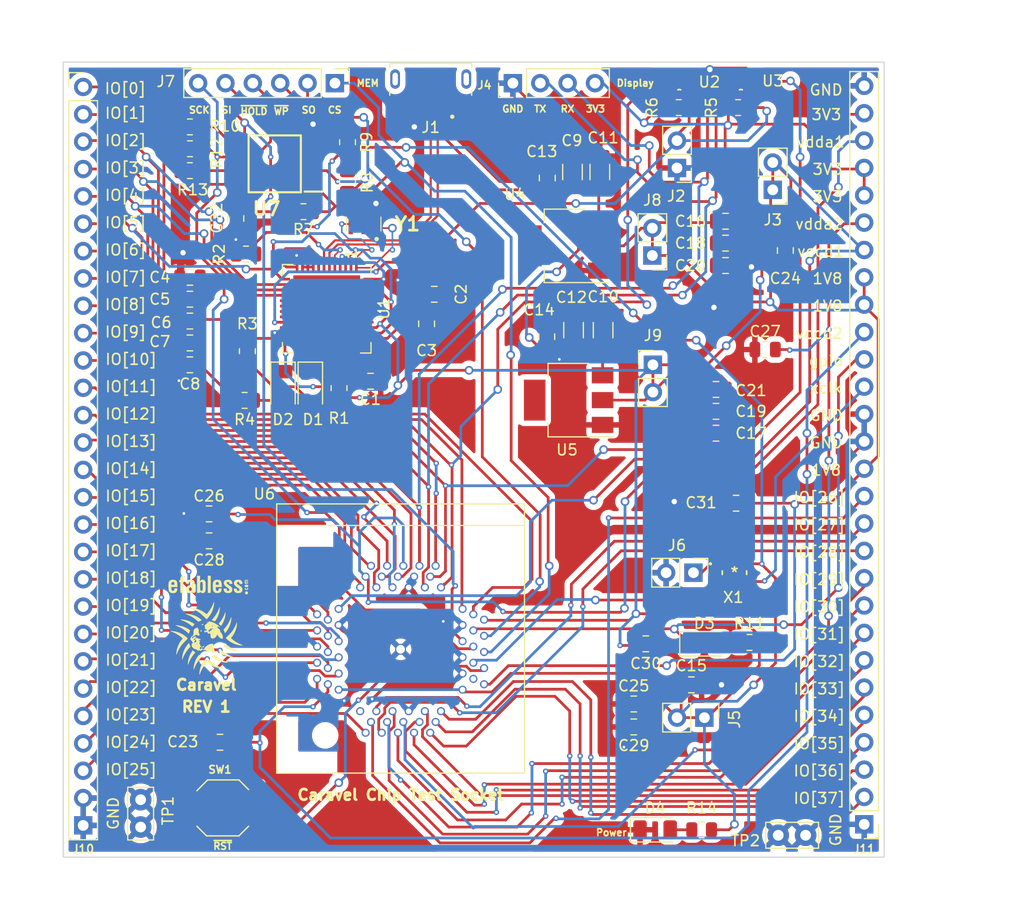
<source format=kicad_pcb>
(kicad_pcb (version 20211014) (generator pcbnew)
  (layers (0 "F.Cu" signal) (31 "B.Cu" signal) (34 "B.Paste" user) (35 "F.Paste" user) (36 "B.SilkS" user "B.Silkscreen") (37 "F.SilkS" user "F.Silkscreen") (38 "B.Mask" user) (39 "F.Mask" user) (44 "Edge.Cuts" user))
  (net 0 "")
  (net 1 "GND")
  (net 2 "Net-(C1-Pad2)")
  (net 3 "Net-(C2-Pad2)")
  (net 4 "Net-(C3-Pad2)")
  (net 5 "vdda")
  (net 6 "+5V")
  (net 7 "Net-(D1-Pad1)")
  (net 8 "Net-(D1-Pad2)")
  (net 9 "Net-(D2-Pad1)")
  (net 10 "Net-(D2-Pad2)")
  (net 11 "gpio")
  (net 12 "Net-(D3-Pad2)")
  (net 13 "FTDI_D-")
  (net 14 "FTDI_D+")
  (net 17 "UART_EN")
  (net 18 "xclk")
  (net 19 "vccd2")
  (net 20 "vdda2")
  (net 21 "vdda1")
  (net 22 "Net-(J6-Pad1)")
  (net 23 "Caravel_CSB")
  (net 24 "Caravel_D1")
  (net 25 "~{MEM_WP}")
  (net 26 "~{MEM_HOLD}")
  (net 27 "Caravel_D0")
  (net 28 "Caravel_SCK")
  (net 29 "Net-(R2-Pad2)")
  (net 30 "~{RST}")
  (net 31 "Net-(U1-Pad1)")
  (net 32 "Net-(U1-Pad2)")
  (net 33 "USB_SCK_TXD")
  (net 34 "USB_SO_RXD")
  (net 35 "USB_SI")
  (net 36 "USB_CS1")
  (net 51 "mprj_io[6]_ser_tx")
  (net 52 "mprj_io[5]_ser_rx")
  (net 53 "mprj_io[0]")
  (net 54 "mprj_io[7]")
  (net 55 "mprj_io[8]")
  (net 56 "mprj_io[9]")
  (net 57 "mprj_io[10]")
  (net 58 "mprj_io[11]")
  (net 59 "mprj_io[12]")
  (net 60 "mprj_io[13]")
  (net 61 "mprj_io[14]")
  (net 62 "mprj_io[15]")
  (net 63 "mprj_io[16]")
  (net 64 "mprj_io[17]")
  (net 65 "mprj_io[18]")
  (net 66 "mprj_io[19]")
  (net 67 "mprj_io[20]")
  (net 68 "mprj_io[21]")
  (net 69 "mprj_io[22]")
  (net 70 "mprj_io[23]")
  (net 71 "mprj_io[24]")
  (net 72 "mprj_io[25]")
  (net 73 "mprj_io[26]")
  (net 74 "mprj_io[27]")
  (net 75 "mprj_io[28]")
  (net 76 "mprj_io[29]")
  (net 77 "mprj_io[30]")
  (net 78 "mprj_io[31]")
  (net 79 "mprj_io[32]")
  (net 80 "mprj_io[33]")
  (net 81 "mprj_io[34]")
  (net 82 "mprj_io[35]")
  (net 83 "mprj_io[36]")
  (net 84 "mprj_io[37]")
  (net 85 "Net-(D4-Pad2)")
  (net 88 "vccd")
  (footprint "strive_foot_prints:FCI_10118193-0001LF" (layer "F.Cu") (at 134.112 60.325 180)
    (fp_text reference "J1")
    (fp_text value "USB_B_Micro - 10118193-0001LF")
  )
  (footprint "Capacitor_SMD:C_0805_2012Metric" (layer "F.Cu") (at 113.538 100.711 180)
    (fp_text reference "C26")
    (fp_text value "0.1uf")
  )
  (footprint "Package_TO_SOT_SMD:SOT-223" (layer "F.Cu") (at 146.9136 90.1446 180)
    (fp_text reference "U5")
    (fp_text value "AZ1117-3.3")
  )
  (footprint "LED_SMD:LED_1206_3216Metric" (layer "F.Cu") (at 159.512 112.776)
    (fp_text reference "D3")
    (fp_text value "LED - 17-215SURC/S530-A2/TR8")
  )
  (footprint "Capacitor_SMD:C_0805_2012Metric" (layer "F.Cu") (at 111.76 78.74)
    (fp_text reference "C4")
    (fp_text value "0.1uf - CC0805KRX7R9BB104")
  )
  (footprint "strive_foot_prints:SOIC127P790X216-8N" (layer "F.Cu") (at 119.634 68.199 180)
    (fp_text reference "U7")
    (fp_text value "W25Q32FVSS" hide)
  )
  (footprint "Capacitor_SMD:C_1206_3216Metric" (layer "F.Cu") (at 147.3708 83.6422 -90)
    (fp_text reference "C12")
    (fp_text value "100uf - GRM31CR60J107ME39L")
  )
  (footprint "Capacitor_SMD:C_0805_2012Metric" (layer "F.Cu") (at 154.0764 112.776)
    (fp_text reference "C30")
    (fp_text value "0.1uf")
  )
  (footprint "strive_foot_prints:SOT65P210X110-5N" (layer "F.Cu") (at 157.185 60.5388 180)
    (fp_text reference "U2")
    (fp_text value "SN74LVC1G125DCKR")
  )
  (footprint "TestPoint:TestPoint_Bridge_Pitch2.54mm_Drill1.0mm" (layer "F.Cu") (at 107.188 129.794 90)
    (fp_text reference "TP1")
    (fp_text value "TestPoint")
  )
  (footprint "Caravel_Board:ef_logo" (layer "F.Cu") (at 113.411 107.315)
    (fp_text reference "T2" hide)
    (fp_text value "Logo" hide)
  )
  (footprint "Capacitor_SMD:C_0805_2012Metric" (layer "F.Cu") (at 111.76 82.804)
    (fp_text reference "C6")
    (fp_text value "0.1uf - CC0805KRX7R9BB104")
  )
  (footprint "Capacitor_SMD:C_0805_2012Metric" (layer "F.Cu") (at 152.9588 120.4976)
    (fp_text reference "C29")
    (fp_text value "0.1uf")
  )
  (footprint "Capacitor_SMD:C_0805_2012Metric" (layer "F.Cu") (at 160.594 93.218)
    (fp_text reference "C17")
    (fp_text value "22uf - CC0805MKX5R5BB226")
  )
  (footprint "Connector_PinHeader_2.54mm:PinHeader_1x02_P2.54mm_Vertical" (layer "F.Cu") (at 159.517 119.634 -90)
    (fp_text reference "J5")
    (fp_text value "Conn_01x02_Male")
  )
  (footprint "TestPoint:TestPoint_Bridge_Pitch2.54mm_Drill1.0mm" (layer "F.Cu") (at 168.91 130.556 180)
    (fp_text reference "TP2")
    (fp_text value "TestPoint")
  )
  (footprint "Capacitor_SMD:C_0805_2012Metric" (layer "F.Cu") (at 114.554 121.92)
    (fp_text reference "C23")
    (fp_text value "0.1uf")
  )
  (footprint "LED_SMD:LED_1206_3216Metric" (layer "F.Cu") (at 120.396 88.9 -90)
    (fp_text reference "D2")
    (fp_text value "LED - 17-215SURC/S530-A2/TR8")
  )
  (footprint "LED_SMD:LED_1206_3216Metric" (layer "F.Cu") (at 122.936 88.9 -90)
    (fp_text reference "D1")
    (fp_text value "LED - 17-215SURC/S530-A2/TR8")
  )
  (footprint "Connector_PinHeader_2.54mm:PinHeader_1x02_P2.54mm_Vertical" (layer "F.Cu") (at 156.972 68.585 180)
    (fp_text reference "J2")
    (fp_text value "Conn_01x02_Female")
  )
  (footprint "Resistor_SMD:R_0805_2012Metric" (layer "F.Cu") (at 111.76 64.77 180)
    (fp_text reference "R10")
    (fp_text value "10k - RC0805FR-0710KL")
  )
  (footprint "Capacitor_SMD:C_0805_2012Metric" (layer "F.Cu") (at 158.308 116.586 180)
    (fp_text reference "C15")
    (fp_text value "0.1uf - CC0805KRX7R9BB104")
  )
  (footprint "Connector_PinHeader_2.54mm:PinHeader_1x04_P2.54mm_Vertical" (layer "F.Cu") (at 141.742 60.706 90)
    (fp_text reference "J4")
    (fp_text value "Conn_01x04_Female")
  )
  (footprint "Connector_PinHeader_2.54mm:PinHeader_1x06_P2.54mm_Vertical" (layer "F.Cu") (at 125.222 60.706 -90)
    (fp_text reference "J7")
    (fp_text value "Conn_01x06_Female")
  )
  (footprint "Capacitor_SMD:C_0805_2012Metric" (layer "F.Cu") (at 144.8816 84.2518 -90)
    (fp_text reference "C14")
    (fp_text value "10uf - CC0805KKX5R8BB106")
  )
  (footprint "Capacitor_SMD:C_0805_2012Metric" (layer "F.Cu") (at 167.0304 76.2508 90)
    (fp_text reference "C24")
    (fp_text value "0.1uf")
  )
  (footprint "Capacitor_SMD:C_0805_2012Metric" (layer "F.Cu") (at 162.4584 99.7204)
    (fp_text reference "C31")
    (fp_text value "0.1uf")
  )
  (footprint "Resistor_SMD:R_0805_2012Metric" (layer "F.Cu") (at 159.258 130.048 180)
    (fp_text reference "R14")
    (fp_text value "82 - 0805W8F820JT5E")
  )
  (footprint "Resistor_SMD:R_0805_2012Metric" (layer "F.Cu") (at 162.646 62.9772)
    (fp_text reference "R5")
    (fp_text value "10k")
  )
  (footprint "Resistor_SMD:R_0805_2012Metric" (layer "F.Cu") (at 122.301 72.644 180)
    (fp_text reference "R7")
    (fp_text value "10k - RC0805FR-0710KL")
  )
  (footprint "Caravel_Board:QFN64_(9x9)_0.5_CL_Test_Socket" (layer "F.Cu") (at 131.318 113.284 90)
    (fp_text reference "U6")
    (fp_text value "Caravel_QFN_Test_Socket")
  )
  (footprint "Resistor_SMD:R_0805_2012Metric" (layer "F.Cu") (at 163.703 112.649 180)
    (fp_text reference "R11")
    (fp_text value "82 - 0805W8F820JT5E")
  )
  (footprint "Resistor_SMD:R_0805_2012Metric" (layer "F.Cu") (at 157.1342 62.9772)
    (fp_text reference "R6")
    (fp_text value "10k")
  )
  (footprint "Capacitor_SMD:C_0805_2012Metric" (layer "F.Cu") (at 111.76 86.868)
    (fp_text reference "C8")
    (fp_text value "0.1uf - CC0805KRX7R9BB104")
  )
  (footprint "Capacitor_SMD:C_0805_2012Metric" (layer "F.Cu") (at 111.76 80.772)
    (fp_text reference "C5")
    (fp_text value "0.1uf - CC0805KRX7R9BB104")
  )
  (footprint "strive_foot_prints:SW4-SMD-5.2X5.2X1.5MM" (layer "F.Cu") (at 114.808 128.016)
    (fp_text reference "SW1")
    (fp_text value "SW_Push - SKQGADE010")
  )
  (footprint "Resistor_SMD:R_0805_2012Metric" (layer "F.Cu") (at 126.3904 69.85 90)
    (fp_text reference "R8")
    (fp_text value "10k - RC0805FR-0710KL")
  )
  (footprint "Resistor_SMD:R_0805_2012Metric" (layer "F.Cu") (at 111.76 68.834 180)
    (fp_text reference "R13")
    (fp_text value "10k - RC0805FR-0710KL")
  )
  (footprint "strive_foot_prints:DSC6001JE1A-010.0000" (layer "F.Cu") (at 162.306 106.172)
    (fp_text reference "X1")
    (fp_text value "DSC6001_10MHZ")
  )
  (footprint "Connector_PinHeader_2.54mm:PinHeader_1x28_P2.54mm_Vertical" (layer "F.Cu") (at 101.854 61.0616)
    (fp_text reference "J10")
    (fp_text value "Conn_01x27_Female")
  )
  (footprint "Resistor_SMD:R_0805_2012Metric" (layer "F.Cu") (at 125.603 89.027 -90)
    (fp_text reference "R1")
    (fp_text value "10k - RC0805FR-0710KL")
  )
  (footprint "Capacitor_SMD:C_0805_2012Metric" (layer "F.Cu") (at 144.9324 69.5198 -90)
    (fp_text reference "C13")
    (fp_text value "10uf - CC0805KKX5R8BB106")
  )
  (footprint "Capacitor_SMD:C_0805_2012Metric" (layer "F.Cu") (at 116.0272 73.279 -90)
    (fp_text reference "C22")
    (fp_text value "0.1uf - CC0805KRX7R9BB104")
  )
  (footprint "Capacitor_SMD:C_0805_2012Metric" (layer "F.Cu") (at 160.594 91.186)
    (fp_text reference "C19")
    (fp_text value "10uf - CC0805KKX5R8BB106")
  )
  (footprint "Package_TO_SOT_SMD:SOT-223" (layer "F.Cu") (at 146.558 75.819 180)
    (fp_text reference "U4")
    (fp_text value "AZ1117CH-1.8TRG1")
  )
  (footprint "Capacitor_SMD:C_0805_2012Metric" (layer "F.Cu") (at 134.4422 80.3148 180)
    (fp_text reference "C2")
    (fp_text value "0.1uf - CC0805KRX7R9BB104")
  )
  (footprint "Capacitor_SMD:C_0805_2012Metric" (layer "F.Cu") (at 165.1508 85.4456)
    (fp_text reference "C27")
    (fp_text value "0.1uf")
  )
  (footprint "Capacitor_SMD:C_0805_2012Metric" (layer "F.Cu") (at 161.478 77.6478 180)
    (fp_text reference "C20")
    (fp_text value "1uf")
  )
  (footprint "Capacitor_SMD:C_0805_2012Metric" (layer "F.Cu") (at 133.731 83.058 90)
    (fp_text reference "C3")
    (fp_text value "0.1uf - CC0805KRX7R9BB104")
  )
  (footprint "Capacitor_SMD:C_0805_2012Metric" (layer "F.Cu") (at 161.478 73.533 180)
    (fp_text reference "C16")
    (fp_text value "22uf - CC0805MKX5R5BB226")
  )
  (footprint "Resistor_SMD:R_0805_2012Metric" (layer "F.Cu") (at 117.094 85.598 90)
    (fp_text reference "R3")
    (fp_text value "150 - 0805W8J0151T5E")
  )
  (footprint "Capacitor_SMD:C_0805_2012Metric" (layer "F.Cu") (at 113.538 103.213 180)
    (fp_text reference "C28")
    (fp_text value "0.1uf")
  )
  (footprint "Resistor_SMD:R_0805_2012Metric" (layer "F.Cu") (at 116.84 90.17 180)
    (fp_text reference "R4")
    (fp_text value "150 - 0805W8J0151T5E")
  )
  (footprint "Connector_PinHeader_2.54mm:PinHeader_1x02_P2.54mm_Vertical" (layer "F.Cu") (at 158.501 106.172 -90)
    (fp_text reference "J6")
    (fp_text value "Conn_01x02_Male")
  )
  (footprint "Connector_PinHeader_2.54mm:PinHeader_1x02_P2.54mm_Vertical" (layer "F.Cu") (at 165.862 70.617 180)
    (fp_text reference "J3")
    (fp_text value "Conn_01x02_Male")
  )
  (footprint "Capacitor_SMD:C_1206_3216Metric" (layer "F.Cu") (at 147.2692 68.961 -90)
    (fp_text reference "C9")
    (fp_text value "100uf - GRM31CR60J107ME39L")
  )
  (footprint "Package_DFN_QFN:QFN-48-1EP_8x8mm_P0.5mm_EP6.2x6.2mm" (layer "F.Cu") (at 124.46 81.661 -90)
    (fp_text reference "U1")
    (fp_text value "FT232H")
  )
  (footprint "Capacitor_SMD:C_1206_3216Metric" (layer "F.Cu") (at 150.114 83.6422 -90)
    (fp_text reference "C10")
    (fp_text value "100uf - GRM31CR60J107ME39L")
  )
  (footprint "Connector_PinHeader_2.54mm:PinHeader_1x28_P2.54mm_Vertical" (layer "F.Cu") (at 174.3456 129.54 180)
    (fp_text reference "J11")
    (fp_text value "Conn_01x20_Female")
  )
  (footprint "strive_foot_prints:SOT65P210X110-5N" (layer "F.Cu") (at 162.9 60.5388 180)
    (fp_text reference "U3")
    (fp_text value "SN74LVC1G125DCKR")
  )
  (footprint "Capacitor_SMD:C_0805_2012Metric" (layer "F.Cu") (at 128.524 88.392 180)
    (fp_text reference "C1")
    (fp_text value "0.01uf - CC0805JRX7R9BB103")
  )
  (footprint "LED_SMD:LED_1206_3216Metric" (layer "F.Cu") (at 154.94 130.048)
    (fp_text reference "D4")
    (fp_text value "LED - 17-215SURC/S530-A2/TR8")
  )
  (footprint "Capacitor_SMD:C_1206_3216Metric" (layer "F.Cu") (at 149.8092 68.961 -90)
    (fp_text reference "C11")
    (fp_text value "100uf - GRM31CR60J107ME39L")
  )
  (footprint "Capacitor_SMD:C_0805_2012Metric" (layer "F.Cu") (at 161.478 75.565 180)
    (fp_text reference "C18")
    (fp_text value "10uf - CC0805KKX5R8BB106")
  )
  (footprint "Connector_PinHeader_2.54mm:PinHeader_1x02_P2.54mm_Vertical" (layer "F.Cu") (at 154.686 76.713 180)
    (fp_text reference "J8")
    (fp_text value "Conn_01x02_Male")
  )
  (footprint "strive_foot_prints:CSTNE12M0GH5L000R0" (layer "F.Cu") (at 127.889 73.787)
    (fp_text reference "Y1")
    (fp_text value "CSTNE12M0GH5L000R0" hide)
  )
  (footprint "Capacitor_SMD:C_0805_2012Metric" (layer "F.Cu") (at 152.9588 118.364)
    (fp_text reference "C25")
    (fp_text value "0.1uf")
  )
  (footprint "Resistor_SMD:R_0805_2012Metric" (layer "F.Cu") (at 126.3904 66.1924 -90)
    (fp_text reference "R9")
    (fp_text value "10k - RC0805FR-0710KL")
  )
  (footprint "Connector_PinHeader_2.54mm:PinHeader_1x02_P2.54mm_Vertical" (layer "F.Cu") (at 154.7368 86.863)
    (fp_text reference "J9")
    (fp_text value "Conn_01x02_Male")
  )
  (footprint "Capacitor_SMD:C_0805_2012Metric" (layer "F.Cu") (at 111.76 84.836)
    (fp_text reference "C7")
    (fp_text value "0.1uf - CC0805KRX7R9BB104")
  )
  (footprint "Resistor_SMD:R_0805_2012Metric" (layer "F.Cu") (at 111.76 66.802 180)
    (fp_text reference "R12")
    (fp_text value "10k - RC0805FR-0710KL")
  )
  (footprint "Caravel_Board:logo" (layer "F.Cu") (at 113.284 112.268)
    (fp_text reference "T1" hide)
    (fp_text value "Logo" hide)
  )
  (footprint "Resistor_SMD:R_0805_2012Metric" (layer "F.Cu") (at 116.967 76.581)
    (fp_text reference "R2")
    (fp_text value "12K 1% - 0805W8F1202T5E")
  )
  (footprint "Capacitor_SMD:C_0805_2012Metric" (layer "F.Cu") (at 160.594 89.154)
    (fp_text reference "C21")
    (fp_text value "1uf")
  )
  (gr_rect (start 100 58.756) (end 176.2 132.588) (layer "Edge.Cuts") (width 0.1) (fill none))
  (gr_text "xclk" (at 170.815 89.027) (layer "F.SilkS") (effects (font (size 1 1))))
  (gr_text "vdda1" (at 170.307 66.167) (layer "F.SilkS") (effects (font (size 1 1))))
  (gr_text "IO[21]" (at 106.299 114.3) (layer "F.SilkS") (effects (font (size 1 1))))
  (gr_text "CS" (at 125.2 63.2) (layer "F.SilkS") (effects (font (size 0.635 0.635))))
  (gr_text "SO" (at 122.787 63.2) (layer "F.SilkS") (effects (font (size 0.635 0.635))))
  (gr_text "IO[5]" (at 105.791 73.66) (layer "F.SilkS") (effects (font (size 1 1))))
  (gr_text "IO[26]" (at 170.18 99.187) (layer "F.SilkS") (effects (font (size 1 1))))
  (gr_text "IO[34]" (at 170.18 119.507) (layer "F.SilkS") (effects (font (size 1 1))))
  (gr_text "IO[7]" (at 105.791 78.74) (layer "F.SilkS") (effects (font (size 1 1))))
  (gr_text "IO[2]" (at 105.791 66.04) (layer "F.SilkS") (effects (font (size 1 1))))
  (gr_text "IO[0]" (at 105.7656 61.214) (layer "F.SilkS") (effects (font (size 1 1))))
  (gr_text "gpio" (at 170.815 86.487) (layer "F.SilkS") (effects (font (size 1 1))))
  (gr_text "IO[17]" (at 106.299 104.14) (layer "F.SilkS") (effects (font (size 1 1))))
  (gr_text "IO[4]" (at 105.791 71.12) (layer "F.SilkS") (effects (font (size 1 1))))
  (gr_text "SCK" (at 112.627 63.2) (layer "F.SilkS") (effects (font (size 0.635 0.635))))
  (gr_text "IO[13]" (at 106.299 93.98) (layer "F.SilkS") (effects (font (size 1 1))))
  (gr_text "vdda2" (at 170.18 73.787) (layer "F.SilkS") (effects (font (size 1 1))))
  (gr_text "IO[33]" (at 170.18 116.967) (layer "F.SilkS") (effects (font (size 1 1))))
  (gr_text "GND" (at 170.815 61.341) (layer "F.SilkS") (effects (font (size 1 1))))
  (gr_text "IO[37]" (at 170.18 127.127) (layer "F.SilkS") (effects (font (size 1 1))))
  (gr_text "REV 1" (at 113.284 118.618) (layer "F.SilkS") (effects (font (size 1 1) (thickness 0.25))))
  (gr_text "IO[20]" (at 106.299 111.76) (layer "F.SilkS") (effects (font (size 1 1))))
  (gr_text "1\n" (at 126.746 76.581 90) (layer "F.SilkS") (effects (font (size 1 1))))
  (gr_text "1V8" (at 170.815 96.647) (layer "F.SilkS") (effects (font (size 1 1))))
  (gr_text "GND" (at 141.732 63.1) (layer "F.SilkS") (effects (font (size 0.635 0.635))))
  (gr_text "3V3" (at 170.8404 63.627) (layer "F.SilkS") (effects (font (size 1 1))))
  (gr_text "IO[10]" (at 106.299 86.36) (layer "F.SilkS") (effects (font (size 1 1))))
  (gr_text "IO[32]" (at 170.18 114.427) (layer "F.SilkS") (effects (font (size 1 1))))
  (gr_text "IO[8]" (at 105.791 81.28) (layer "F.SilkS") (effects (font (size 1 1))))
  (gr_text "IO[22]" (at 106.299 116.84) (layer "F.SilkS") (effects (font (size 1 1))))
  (gr_text "~{WP}" (at 120.247 63.327) (layer "F.SilkS") (effects (font (size 0.635 0.635))))
  (gr_text "IO[35]" (at 170.18 122.047) (layer "F.SilkS") (effects (font (size 1 1))))
  (gr_text "1V8" (at 170.942 81.407) (layer "F.SilkS") (effects (font (size 1 1))))
  (gr_text "IO[16]" (at 106.299 101.6) (layer "F.SilkS") (effects (font (size 1 1))))
  (gr_text "MEM\n" (at 128.27 60.706) (layer "F.SilkS") (effects (font (size 0.635 0.635))))
  (gr_text "GND" (at 104.648 128.524 90) (layer "F.SilkS") (effects (font (size 1 1))))
  (gr_text "3V3" (at 149.4 63.1) (layer "F.SilkS") (effects (font (size 0.635 0.635))))
  (gr_text "IO[1]" (at 105.791 63.5) (layer "F.SilkS") (effects (font (size 1 1))))
  (gr_text "IO[6]" (at 105.791 76.2) (layer "F.SilkS") (effects (font (size 1 1))))
  (gr_text "IO[29]" (at 170.18 106.807) (layer "F.SilkS") (effects (font (size 1 1))))
  (gr_text "IO[18]" (at 106.299 106.68) (layer "F.SilkS") (effects (font (size 1 1))))
  (gr_text "Power" (at 150.876 130.302) (layer "F.SilkS") (effects (font (size 0.635 0.635))))
  (gr_text "GND" (at 170.815 94.107) (layer "F.SilkS") (effects (font (size 1 1))))
  (gr_text "IO[12]" (at 106.299 91.44) (layer "F.SilkS") (effects (font (size 1 1))))
  (gr_text "IO[11]" (at 106.299 88.9) (layer "F.SilkS") (effects (font (size 1 1))))
  (gr_text "IO[30]" (at 170.18 109.347) (layer "F.SilkS") (effects (font (size 1 1))))
  (gr_text "RX" (at 146.812 63.1) (layer "F.SilkS") (effects (font (size 0.635 0.635))))
  (gr_text "IO[27]" (at 170.18 101.727) (layer "F.SilkS") (effects (font (size 1 1))))
  (gr_text "IO[9]" (at 105.791 83.82) (layer "F.SilkS") (effects (font (size 1 1))))
  (gr_text "IO[15]" (at 106.299 99.06) (layer "F.SilkS") (effects (font (size 1 1))))
  (gr_text "IO[23]" (at 106.299 119.38) (layer "F.SilkS") (effects (font (size 1 1))))
  (gr_text "IO[19]" (at 106.299 109.22) (layer "F.SilkS") (effects (font (size 1 1))))
  (gr_text "IO[31]" (at 170.18 111.887) (layer "F.SilkS") (effects (font (size 1 1))))
  (gr_text "3V3" (at 170.942 71.247) (layer "F.SilkS") (effects (font (size 1 1))))
  (gr_text "IO[36]" (at 170.18 124.587) (layer "F.SilkS") (effects (font (size 1 1))))
  (gr_text "1V8" (at 170.942 78.867) (layer "F.SilkS") (effects (font (size 1 1))))
  (gr_text "GND" (at 171.704 130.048 90) (layer "F.SilkS") (effects (font (size 1 1))))
  (gr_text "SI" (at 115.167 63.2) (layer "F.SilkS") (effects (font (size 0.635 0.635))))
  (gr_text "IO[14]" (at 106.299 96.52) (layer "F.SilkS") (effects (font (size 1 1))))
  (gr_text "GND" (at 170.815 91.567) (layer "F.SilkS") (effects (font (size 1 1))))
  (gr_text "IO[25]" (at 106.299 124.46) (layer "F.SilkS") (effects (font (size 1 1))))
  (gr_text "Display\n" (at 153.1 60.7) (layer "F.SilkS") (effects (font (size 0.635 0.635))))
  (gr_text "IO[3]" (at 105.791 68.58) (layer "F.SilkS") (effects (font (size 1 1))))
  (gr_text "~{HOLD}" (at 117.707 63.327) (layer "F.SilkS") (effects (font (size 0.635 0.635))))
  (gr_text "vccd2" (at 170.18 83.947) (layer "F.SilkS") (effects (font (size 1 1))))
  (gr_text "IO[24]" (at 106.299 121.92) (layer "F.SilkS") (effects (font (size 1 1))))
  (gr_text "Caravel" (at 113.284 116.586) (layer "F.SilkS") (effects (font (size 1 1) (thickness 0.25))))
  (gr_text "vccd1" (at 170.307 76.327) (layer "F.SilkS") (effects (font (size 1 1))))
  (gr_text "~{RST}" (at 114.808 131.572) (layer "F.SilkS") (effects (font (size 0.635 0.635))))
  (gr_text "IO[28]" (at 170.18 104.267) (layer "F.SilkS") (effects (font (size 1 1))))
  (gr_text "3V3" (at 170.942 68.707) (layer "F.SilkS") (effects (font (size 1 1))))
  (gr_text "TX" (at 144.272 63.1) (layer "F.SilkS") (effects (font (size 0.635 0.635))))
  (gr_text "Caravel Chip Test Socket\n\n" (at 131.318 127.6096) (layer "F.SilkS") (effects (font (size 1 1) (thickness 0.25))))
  (segment (start 116.0272 74.229) (end 116.0272 75.2348) (width 0.254) (layer "F.Cu") (net 1))
  (segment (start 110.81 80.772) (end 110.81 82.804) (width 0.254) (layer "F.Cu") (net 1))
  (segment (start 110.81 82.804) (end 110.81 84.836) (width 0.254) (layer "F.Cu") (net 1))
  (segment (start 147.2692 67.486) (end 147.2692 66.3692) (width 0.254) (layer "F.Cu") (net 1))
  (segment (start 146.2362 83.3018) (end 147.3708 82.1672) (width 0.254) (layer "F.Cu") (net 1))
  (segment (start 111.125 78.425) (end 110.81 78.74) (width 0.254) (layer "F.Cu") (net 1))
  (segment (start 116.0272 75.2348) (end 116.0272 76.5537) (width 0.254) (layer "F.Cu") (net 1))
  (segment (start 111.125 76.454) (end 111.125 78.425) (width 0.254) (layer "F.Cu") (net 1))
  (segment (start 129.474 88.392) (end 129.474 87.7435) (width 0.254) (layer "F.Cu") (net 1))
  (segment (start 128.335 79.411) (end 128.335 78.911) (width 0.254) (layer "F.Cu") (net 1))
  (segment (start 123.234 64.56) (end 123.19 64.516) (width 0.254) (layer "F.Cu") (net 1))
  (segment (start 158.0346 98.2514) (end 156.718 99.568) (width 0.254) (layer "F.Cu") (net 1))
  (segment (start 111.2392 100.711) (end 111.2012 100.673) (width 0.254) (layer "F.Cu") (net 1))
  (segment (start 110.81 86.868) (end 110.81 84.836) (width 0.254) (layer "F.Cu") (net 1))
  (segment (start 147.3708 82.1672) (end 150.114 82.1672) (width 0.254) (layer "F.Cu") (net 1))
  (segment (start 160.02 59.436) (end 160.147 59.309) (width 0.254) (layer "F.Cu") (net 1))
  (segment (start 159.004 93.218) (end 159.644 93.218) (width 0.254) (layer "F.Cu") (net 1))
  (segment (start 163.8808 77.7748) (end 163.7538 77.6478) (width 0.254) (layer "F.Cu") (net 1))
  (segment (start 150.329 78.74) (end 149.708 78.119) (width 0.254) (layer "F.Cu") (net 1))
  (segment (start 123.234 66.294) (end 123.234 64.56) (width 0.254) (layer "F.Cu") (net 1))
  (segment (start 121.666 76.708) (end 122.428 76.708) (width 0.254) (layer "F.Cu") (net 1))
  (segment (start 158.2264 59.7014) (end 158.2264 59.8784) (width 0.254) (layer "F.Cu") (net 1))
  (segment (start 170.1758 98.2514) (end 174.3456 94.0816) (width 0.254) (layer "F.Cu") (net 1))
  (segment (start 132.812 64.546) (end 132.588 64.77) (width 0.254) (layer "F.Cu") (net 1))
  (segment (start 126.71 85.536) (end 127.21 85.536) (width 0.254) (layer "F.Cu") (net 1))
  (segment (start 123.21 77.786) (end 122.71 77.786) (width 0.254) (layer "F.Cu") (net 1))
  (segment (start 112.588 100.711) (end 112.588 103.721) (width 0.254) (layer "F.Cu") (net 1))
  (segment (start 162.428 73.533) (end 162.428 75.565) (width 0.254) (layer "F.Cu") (net 1))
  (segment (start 127.889 73.025) (end 127.889 73.787) (width 0.254) (layer "F.Cu") (net 1))
  (segment (start 128.335 82.411) (end 128.335 81.911) (width 0.254) (layer "F.Cu") (net 1))
  (segment (start 129.75 78.911) (end 127.954 78.911) (width 0.254) (layer "F.Cu") (net 1))
  (segment (start 129.474 87.7435) (end 127.2665 85.536) (width 0.254) (layer "F.Cu") (net 1))
  (segment (start 163.7538 77.6478) (end 162.428 77.6478) (width 0.254) (layer "F.Cu") (net 1))
  (segment (start 128.335 81.911) (end 129.409 81.911) (width 0.254) (layer "F.Cu") (net 1))
  (segment (start 158.4918 59.436) (end 158.2264 59.7014) (width 0.254) (layer "F.Cu") (net 1))
  (segment (start 133.731 84.008) (end 135.3922 82.3468) (width 0.254) (layer "F.Cu") (net 1))
  (segment (start 158.2306 92.4446) (end 159.004 93.218) (width 0.254) (layer "F.Cu") (net 1))
  (segment (start 147.2692 66.3692) (end 141.742 60.842) (width 0.254) (layer "F.Cu") (net 1))
  (segment (start 110.81 78.74) (end 110.81 80.772) (width 0.254) (layer "F.Cu") (net 1))
  (segment (start 170.1758 98.2514) (end 158.0346 98.2514) (width 0.254) (layer "F.Cu") (net 1))
  (segment (start 119.6629 83.911) (end 120.204 83.911) (width 0.254) (layer "F.Cu") (net 1))
  (segment (start 159.258 116.586) (end 161.102 116.586) (width 0.254) (layer "F.Cu") (net 1))
  (segment (start 150.0636 92.4446) (end 158.2306 92.4446) (width 0.254) (layer "F.Cu") (net 1))
  (segment (start 129.032 71.882) (end 127.889 73.025) (width 0.254) (layer "F.Cu") (net 1))
  (segment (start 160.401 81.534) (end 157.607 78.74) (width 0.254) (layer "F.Cu") (net 1))
  (segment (start 122.21 77.786) (end 122.71 77.786) (width 0.254) (layer "F.Cu") (net 1))
  (segment (start 160.147 59.309) (end 163.372 59.309) (width 0.254) (layer "F.Cu") (net 1))
  (segment (start 129.409 81.911) (end 129.413 81.915) (width 0.254) (layer "F.Cu") (net 1))
  (segment (start 120.585 83.411) (end 120.585 83.911) (width 0.254) (layer "F.Cu") (net 1))
  (segment (start 125.71 77.00107) (end 125.71 77.786) (width 0.1524) (layer "F.Cu") (net 1))
  (segment (start 112.588 100.711) (end 111.2392 100.711) (width 0.254) (layer "F.Cu") (net 1))
  (segment (start 152.0088 120.4976) (end 152.0088 122.3416) (width 0.254) (layer "F.Cu") (net 1))
  (segment (start 131.064 78.994) (end 130.981 78.911) (width 0.254) (layer "F.Cu") (net 1))
  (segment (start 141.742 60.842) (end 141.742 60.706) (width 0.254) (layer "F.Cu") (net 1))
  (segment (start 122.71 76.99) (end 122.71 77.786) (width 0.254) (layer "F.Cu") (net 1))
  (segment (start 152.0088 122.3416) (end 152.0444 122.3772) (width 0.254) (layer "F.Cu") (net 1))
  (segment (start 125.71 77.00107) (end 125.893426 76.817644) (width 0.1524) (layer "F.Cu") (net 1))
  (segment (start 119.634 83.8821) (end 119.6629 83.911) (width 0.254) (layer "F.Cu") (net 1))
  (segment (start 132.812 63) (end 132.812 64.546) (width 0.254) (layer "F.Cu") (net 1))
  (segment (start 174.3456 94.0816) (end 174.3456 91.5416) (width 0.254) (layer "F.Cu") (net 1))
  (segment (start 152.0088 118.364) (end 152.0088 120.4976) (width 0.254) (layer "F.Cu") (net 1))
  (segment (start 135.3922 82.3468) (end 135.3922 80.3148) (width 0.254) (layer "F.Cu") (net 1))
  (segment (start 144.8816 83.3018) (end 146.2362 83.3018) (width 0.254) (layer "F.Cu") (net 1))
  (segment (start 130.981 78.911) (end 129.75 78.911) (width 0.254) (layer "F.Cu") (net 1))
  (segment (start 157.607 78.74) (end 150.329 78.74) (width 0.254) (layer "F.Cu") (net 1))
  (segment (start 162.428 77.6478) (end 162.428 75.565) (width 0.254) (layer "F.Cu") (net 1))
  (segment (start 163.372 59.309) (end 163.9414 59.8784) (width 0.254) (layer "F.Cu") (net 1))
  (segment (start 122.428 76.708) (end 122.71 76.99) (width 0.254) (layer "F.Cu") (net 1))
  (segment (start 160.02 59.436) (end 158.4918 59.436) (width 0.254) (layer "F.Cu") (net 1))
  (via (at 111.2012 100.673) (size 0.5) (drill 0.25) (layers "F.Cu" "B.Cu") (net 1))
  (via (at 132.588 64.77) (size 0.8) (drill 0.5) (layers "F.Cu" "B.Cu") (net 1))
  (via (at 119.634 83.8821) (size 0.5) (drill 0.25) (layers "F.Cu" "B.Cu") (net 1))
  (via (at 128.6764 117.9068) (size 0.5) (drill 0.25) (layers "F.Cu" "B.Cu") (net 1))
  (via (at 129.75 78.911) (size 0.5) (drill 0.25) (layers "F.Cu" "B.Cu") (net 1))
  (via (at 152.0444 122.3772) (size 0.5) (drill 0.25) (layers "F.Cu" "B.Cu") (net 1))
  (via (at 121.666 76.708) (size 0.5) (drill 0.25) (layers "F.Cu" "B.Cu") (net 1))
  (via (at 110.744 88.3412) (size 0.5) (drill 0.25) (layers "F.Cu" "B.Cu") (net 1))
  (via (at 156.718 99.568) (size 0.8) (drill 0.5) (layers "F.Cu" "B.Cu") (net 1))
  (via (at 111.125 76.454) (size 0.8) (drill 0.5) (layers "F.Cu" "B.Cu") (net 1))
  (via (at 160.401 81.534) (size 0.8) (drill 0.5) (layers "F.Cu" "B.Cu") (net 1))
  (via (at 126.0856 118.0592) (size 0.5) (drill 0.25) (layers "F.Cu" "B.Cu") (net 1))
  (via (at 135.2804 110.6932) (size 0.5) (drill 0.25) (layers "F.Cu" "B.Cu") (net 1))
  (via (at 131.064 78.994) (size 0.5) (drill 0.25) (layers "F.Cu" "B.Cu") (net 1))
  (via (at 129.413 81.915) (size 0.5) (drill 0.25) (layers "F.Cu" "B.Cu") (net 1))
  (via (at 116.0272 75.2348) (size 0.5) (drill 0.25) (layers "F.Cu" "B.Cu") (net 1))
  (via (at 125.893426 76.817644) (size 0.5) (drill 0.25) (layers "F.Cu" "B.Cu") (net 1))
  (via (at 160.02 59.436) (size 0.8) (drill 0.5) (layers "F.Cu" "B.Cu") (net 1))
  (via (at 129.032 71.882) (size 0.8) (drill 0.5) (layers "F.Cu" "B.Cu") (net 1))
  (via (at 163.8808 77.7748) (size 0.8) (drill 0.5) (layers "F.Cu" "B.Cu") (net 1))
  (via (at 146.05 86.36) (size 0.5) (drill 0.25) (layers "F.Cu" "B.Cu") (net 1))
  (via (at 123.19 64.516) (size 0.8) (drill 0.5) (layers "F.Cu" "B.Cu") (net 1))
  (via (at 161.102 116.586) (size 0.8) (drill 0.5) (layers "F.Cu" "B.Cu") (net 1))
  (segment (start 162.306 81.534) (end 160.401 81.534) (width 0.254) (layer "B.Cu") (net 1))
  (segment (start 115.2652 75.2348) (end 114.046 76.454) (width 0.254) (layer "B.Cu") (net 1))
  (segment (start 131.064 78.994) (end 131.064 81.28) (width 0.254) (layer "B.Cu") (net 1))
  (segment (start 129.75 78.911) (end 129.75 78.202006) (width 0.254) (layer "B.Cu") (net 1))
  (segment (start 163.8808 77.7748) (end 163.8808 79.9592) (width 0.254) (layer "B.Cu") (net 1))
  (segment (start 129.75 78.202006) (end 128.920894 77.3729) (width 0.254) (layer "B.Cu") (net 1))
  (segment (start 116.0272 75.2348) (end 115.2652 75.2348) (width 0.254) (layer "B.Cu") (net 1))
  (segment (start 126.448682 77.3729) (end 125.893426 76.817644) (width 0.254) (layer "B.Cu") (net 1))
  (segment (start 130.429 81.915) (end 129.413 81.915) (width 0.254) (layer "B.Cu") (net 1))
  (segment (start 128.920894 77.3729) (end 127.889 77.3729) (width 0.254) (layer "B.Cu") (net 1))
  (segment (start 163.8808 79.9592) (end 162.306 81.534) (width 0.254) (layer "B.Cu") (net 1))
  (segment (start 131.064 81.28) (end 130.429 81.915) (width 0.254) (layer "B.Cu") (net 1))
  (segment (start 127.889 77.3729) (end 126.448682 77.3729) (width 0.254) (layer "B.Cu") (net 1))
  (segment (start 114.046 76.454) (end 111.125 76.454) (width 0.254) (layer "B.Cu") (net 1))
  (segment (start 125.603 88.1145) (end 127.2965 88.1145) (width 0.254) (layer "F.Cu") (net 2))
  (segment (start 127.574 88.077) (end 127.574 88.392) (width 0.254) (layer "F.Cu") (net 2))
  (segment (start 126.238 86.741) (end 127.574 88.077) (width 0.254) (layer "F.Cu") (net 2))
  (segment (start 127.2965 88.1145) (end 127.574 88.392) (width 0.254) (layer "F.Cu") (net 2))
  (segment (start 126.21 85.536) (end 126.21 86.713) (width 0.254) (layer "F.Cu") (net 2))
  (segment (start 126.21 86.713) (end 126.238 86.741) (width 0.254) (layer "F.Cu") (net 2))
  (segment (start 133.1722 80.3148) (end 133.4922 80.3148) (width 0.254) (layer "F.Cu") (net 3))
  (segment (start 127.954 83.911) (end 129.576 83.911) (width 0.254) (layer "F.Cu") (net 3))
  (segment (start 129.576 83.911) (end 133.1722 80.3148) (width 0.254) (layer "F.Cu") (net 3))
  (segment (start 130.092 84.411) (end 132.395 82.108) (width 0.254) (layer "F.Cu") (net 4))
  (segment (start 132.395 82.108) (end 133.731 82.108) (width 0.254) (layer "F.Cu") (net 4))
  (segment (start 127.954 84.411) (end 130.092 84.411) (width 0.254) (layer "F.Cu") (net 4))
  (segment (start 164.6155 114.7845) (end 159.766 119.634) (width 0.254) (layer "F.Cu") (net 5))
  (segment (start 127.127 76.2635) (end 126.21 77.1805) (width 0.1524) (layer "F.Cu") (net 5))
  (segment (start 137.668 87.376) (end 132.461 87.376) (width 0.254) (layer "F.Cu") (net 5))
  (segment (start 121.3885 72.69575) (end 122.73375 74.041) (width 0.254) (layer "F.Cu") (net 5))
  (segment (start 112.71 78.74) (end 112.71 80.772) (width 0.254) (layer "F.Cu") (net 5))
  (segment (start 151.6888 112.9284) (end 152.974 112.9284) (width 0.254) (layer "F.Cu") (net 5))
  (segment (start 158.75 84.582) (end 155.448 84.582) (width 0.254) (layer "F.Cu") (net 5))
  (segment (start 120.65 85.852) (end 120.585 85.787) (width 0.254) (layer "F.Cu") (net 5))
  (segment (start 157.358 116.586) (end 156.1084 116.586) (width 0.254) (layer "F.Cu") (net 5))
  (segment (start 120.585 85.787) (end 120.585 84.411) (width 0.254) (layer "F.Cu") (net 5))
  (segment (start 130.429 81.026) (end 129.314 79.911) (width 0.254) (layer "F.Cu") (net 5))
  (segment (start 126.21 77.1805) (end 126.21 77.786) (width 0.1524) (layer "F.Cu") (net 5))
  (segment (start 153.924 64.2999) (end 155.2467 62.9772) (width 0.254) (layer "F.Cu") (net 5))
  (segment (start 161.544 90.4494) (end 161.544 88.4174) (width 0.254) (layer "F.Cu") (net 5))
  (segment (start 161.7335 64.5805) (end 161.7335 62.9772) (width 0.254) (layer "F.Cu") (net 5))
  (segment (start 162.306 129.54) (end 161.798 130.048) (width 0.254) (layer "F.Cu") (net 5))
  (segment (start 153.9952 90.1446) (end 150.0636 90.1446) (width 0.254) (layer "F.Cu") (net 5))
  (segment (start 123.71 76.847) (end 122.936 76.073) (width 0.254) (layer "F.Cu") (net 5))
  (segment (start 125.8081 67.1049) (end 124.968 67.945) (width 0.254) (layer "F.Cu") (net 5))
  (segment (start 161.798 130.048) (end 160.1705 130.048) (width 0.254) (layer "F.Cu") (net 5))
  (segment (start 161.4424 70.7136) (end 161.4424 64.8716) (width 0.254) (layer "F.Cu") (net 5))
  (segment (start 166.116 114.554) (end 164.084 116.586) (width 0.254) (layer "F.Cu") (net 5))
  (segment (start 161.4424 64.8716) (end 161.6964 64.6176) (width 0.254) (layer "F.Cu") (net 5))
  (segment (start 139.1764 110.6424) (end 139.068 110.534) (width 0.254) (layer "F.Cu") (net 5))
  (segment (start 111.76 70.104) (end 110.8475 69.1915) (width 0.254) (layer "F.Cu") (net 5))
  (segment (start 129.06 83.411) (end 127.954 83.411) (width 0.254) (layer "F.Cu") (net 5))
  (segment (start 112.71 84.836) (end 112.71 82.804) (width 0.254) (layer "F.Cu") (net 5))
  (segment (start 119.507 75.438) (end 119.507 76.581) (width 0.254) (layer "F.Cu") (net 5))
  (segment (start 161.6964 64.6176) (end 161.7335 64.5805) (width 0.254) (layer "F.Cu") (net 5))
  (segment (start 110.8475 64.77) (end 110.8475 66.802) (width 0.254) (layer "F.Cu") (net 5))
  (segment (start 159.771 86.863) (end 154.7368 86.863) (width 0.254) (layer "F.Cu") (net 5))
  (segment (start 116.0272 72.329) (end 116.0272 70.1108) (width 0.254) (layer "F.Cu") (net 5))
  (segment (start 126.8203 66.675) (end 126.3904 67.1049) (width 0.254) (layer "F.Cu") (net 5))
  (segment (start 159.766 119.634) (end 159.517 119.634) (width 0.254) (layer "F.Cu") (net 5))
  (segment (start 164.6155 112.0375) (end 164.6155 112.649) (width 0.254) (layer "F.Cu") (net 5))
  (segment (start 170.9674 63.6016) (end 169.418 65.151) (width 0.254) (layer "F.Cu") (net 5))
  (segment (start 153.162 109.982) (end 152.5524 110.5916) (width 0.254) (layer "F.Cu") (net 5))
  (segment (start 153.9088 118.364) (end 155.707 118.364) (width 0.254) (layer "F.Cu") (net 5))
  (segment (start 164.846 105.3465) (end 162.8521 105.3465) (width 0.254) (layer "F.Cu") (net 5))
  (segment (start 153.162 109.982) (end 162.56 109.982) (width 0.254) (layer "F.Cu") (net 5))
  (segment (start 152.974 112.9284) (end 153.1264 112.776) (width 0.254) (layer "F.Cu") (net 5))
  (segment (start 115.9275 90.0855) (end 112.71 86.868) (width 0.254) (layer "F.Cu") (net 5))
  (segment (start 119.507 76.581) (end 119.8245 76.8985) (width 0.254) (layer "F.Cu") (net 5))
  (segment (start 131.826 66.675) (end 126.8203 66.675) (width 0.254) (layer "F.Cu") (net 5))
  (segment (start 120.65 76.073) (end 119.8245 76.8985) (width 0.254) (layer "F.Cu") (net 5))
  (segment (start 112.71 86.868) (end 112.71 84.836) (width 0.254) (layer "F.Cu") (net 5))
  (segment (start 110.8475 69.1915) (end 110.8475 68.834) (width 0.254) (layer "F.Cu") (net 5))
  (segment (start 156.2558 87.884) (end 161.036 87.884) (width 0.254) (layer "F.Cu") (net 5))
  (segment (start 127.127 76.1939) (end 127.127 76.2635) (width 0.1524) (layer "F.Cu") (net 5))
  (segment (start 137.2804 117.2464) (end 137.068 117.034) (width 0.254) (layer "F.Cu") (net 5))
  (segment (start 161.6964 64.6176) (end 161.798 64.516) (width 0.254) (layer "F.Cu") (net 5))
  (segment (start 128.335 82.911) (end 128.335 83.411) (width 0.254) (layer "F.Cu") (net 5))
  (segment (start 115.9275 90.17) (end 115.9275 90.0855) (width 0.254) (layer "F.Cu") (net 5))
  (segment (start 154.7368 86.863) (end 154.7368 89.403) (width 0.254) (layer "F.Cu") (net 5))
  (segment (start 121.3885 72.644) (end 121.3885 72.69575) (width 0.254) (layer "F.Cu") (net 5))
  (segment (start 164.846 105.3465) (end 164.846 105.41) (width 0.254) (layer "F.Cu") (net 5))
  (segment (start 120.204 84.411) (end 119.463 84.411) (width 0.254) (layer "F.Cu") (net 5))
  (segment (start 139.8016 117.2464) (end 137.2804 117.2464) (width 0.254) (layer "F.Cu") (net 5))
  (segment (start 129.314 79.911) (end 127.954 79.911) (width 0.254) (layer "F.Cu") (net 5))
  (segment (start 125.6265 89.916) (end 125.603 89.9395) (width 0.254) (layer "F.Cu") (net 5))
  (segment (start 121.3885 72.644) (end 116.3422 72.644) (width 0.254) (layer "F.Cu") (net 5))
  (segment (start 124.5635 88.9) (end 125.5795 89.916) (width 0.254) (layer "F.Cu") (net 5))
  (segment (start 171.0436 68.6816) (end 174.3456 68.6816) (width 0.254) (layer "F.Cu") (net 5))
  (segment (start 164.846 74.1172) (end 161.4424 70.7136) (width 0.254) (layer "F.Cu") (net 5))
  (segment (start 162.56 109.982) (end 164.6155 112.0375) (width 0.254) (layer "F.Cu") (net 5))
  (segment (start 130.429 82.042) (end 129.413 83.058) (width 0.254) (layer "F.Cu") (net 5))
  (segment (start 164.6155 112.649) (end 164.6155 114.7845) (width 0.254) (layer "F.Cu") (net 5))
  (segment (start 119.463 84.411) (end 117.0735 84.411) (width 0.254) (layer "F.Cu") (net 5))
  (segment (start 123.19 88.9) (end 124.5635 88.9) (width 0.254) (layer "F.Cu") (net 5))
  (segment (start 116.0272 70.1108) (end 116.034 70.104) (width 0.254) (layer "F.Cu") (net 5))
  (segment (start 174.3456 63.6016) (end 170.9674 63.6016) (width 0.254) (layer "F.Cu") (net 5))
  (segment (start 168.783 64.516) (end 169.418 65.151) (width 0.254) (layer "F.Cu") (net 5))
  (segment (start 161.544 92.4814) (end 161.544 90.4494) (width 0.254) (layer "F.Cu") (net 5))
  (segment (start 126.3904 68.9375) (end 126.3904 67.1049) (width 0.254) (layer "F.Cu") (net 5))
  (segment (start 139.1256 110.5916) (end 139.068 110.534) (width 0.254) (layer "F.Cu") (net 5))
  (segment (start 120.712 77.786) (end 121.71 77.786) (width 0.254) (layer "F.Cu") (net 5))
  (segment (start 166.116 106.68) (end 166.116 114.554) (width 0.254) (layer "F.Cu") (net 5))
  (segment (start 174.3456 68.6816) (end 174.3456 71.2216) (width 0.254) (layer "F.Cu") (net 5))
  (segment (start 155.448 84.582) (end 152.908 82.042) (width 0.254) (layer "F.Cu") (net 5))
  (segment (start 116.3422 72.644) (end 116.0272 72.329) (width 0.254) (layer "F.Cu") (net 5))
  (segment (start 152.5524 110.5916) (end 139.1256 110.5916) (width 0.254) (layer "F.Cu") (net 5))
  (segment (start 153.9088 118.364) (end 153.9088 120.4976) (width 0.254) (layer "F.Cu") (net 5))
  (segment (start 161.544 85.09) (end 159.771 86.863) (width 0.254) (layer "F.Cu") (net 5))
  (segment (start 116.034 70.104) (end 111.76 70.104) (width 0.254) (layer "F.Cu") (net 5))
  (segment (start 164.846 105.41) (end 166.116 106.68) (width 0.254) (layer "F.Cu") (net 5))
  (segment (start 129.413 83.058) (end 129.06 83.411) (width 0.254) (layer "F.Cu") (net 5))
  (segment (start 169.418 65.151) (end 169.418 67.056) (width 0.254) (layer "F.Cu") (net 5))
  (segment (start 119.8245 76.8985) (end 120.712 77.786) (width 0.254) (layer "F.Cu") (net 5))
  (segment (start 161.8 61.1992) (end 161.8 62.8521) (width 0.254) (layer "F.Cu") (net 5))
  (segment (start 156.977 119.634) (end 157.358 119.253) (width 0.254) (layer "F.Cu") (net 5))
  (segment (start 120.585 84.411) (end 119.463 84.411) (width 0.254) (layer "F.Cu") (net 5))
  (segment (start 130.429 81.026) (end 130.429 82.042) (width 0.254) (layer "F.Cu") (net 5))
  (segment (start 132.461 87.376) (end 131.064 88.773) (width 0.254) (layer "F.Cu") (net 5))
  (segment (start 112.8605 82.6535) (end 112.71 82.804) (width 0.254) (layer "F.Cu") (net 5))
  (segment (start 161.798 64.516) (end 168.783 64.516) (width 0.254) (layer "F.Cu") (net 5))
  (segment (start 155.707 118.364) (end 156.977 119.634) (width 0.254) (layer "F.Cu") (net 5))
  (segment (start 115.316 82.6535) (end 112.8605 82.6535) (width 0.254) (layer "F.Cu") (net 5))
  (segment (start 154.7368 89.403) (end 153.9952 90.1446) (width 0.254) (layer "F.Cu") (net 5))
  (segment (start 164.846 78.8416) (end 164.846 74.1172) (width 0.254) (layer "F.Cu") (net 5))
  (segment (start 156.2 61.1992) (end 156.2 62.7975) (width 0.254) (layer "F.Cu") (net 5))
  (segment (start 161.036 87.884) (end 161.544 88.392) (width 0.254) (layer "F.Cu") (net 5))
  (segment (start 117.0735 84.411) (end 115.316 82.6535) (width 0.254) (layer "F.Cu") (net 5))
  (segment (start 155.0416 115.5192) (end 141.5288 115.5192) (width 0.254) (layer "F.Cu") (net 5))
  (segment (start 123.71 77.786) (end 123.71 76.847) (width 0.254) (layer "F.Cu") (net 5))
  (segment (start 159.517 119.634) (end 156.977 119.634) (width 0.254) (layer "F.Cu") (net 5))
  (segment (start 141.5288 115.5192) (end 139.8016 117.2464) (width 0.254) (layer "F.Cu") (net 5))
  (segment (start 154.7368 89.403) (end 156.2558 87.884) (width 0.254) (layer "F.Cu") (net 5))
  (segment (start 157.358 119.253) (end 157.358 116.586) (width 0.254) (layer "F.Cu") (net 5))
  (segment (start 169.418 67.056) (end 171.0436 68.6816) (width 0.254) (layer "F.Cu") (net 5))
  (segment (start 112.71 80.772) (end 112.71 82.804) (width 0.254) (layer "F.Cu") (net 5))
  (segment (start 127.508 89.916) (end 125.6265 89.916) (width 0.254) (layer "F.Cu") (net 5))
  (segment (start 156.1084 116.586) (end 155.0416 115.5192) (width 0.254) (layer "F.Cu") (net 5))
  (segment (start 155.2467 62.9772) (end 156.2217 62.9772) (width 0.254) (layer "F.Cu") (net 5))
  (segment (start 122.936 76.073) (end 120.65 76.073) (width 0.254) (layer "F.Cu") (net 5))
  (segment (start 110.8475 66.802) (end 110.8475 68.834) (width 0.254) (layer "F.Cu") (net 5))
  (segment (start 122.73375 74.041) (end 123.571 74.041) (width 0.254) (layer "F.Cu") (net 5))
  (segment (start 153.924 64.389) (end 153.924 64.2999) (width 0.254) (layer "F.Cu") (net 5))
  (segment (start 126.3904 67.1049) (end 125.8081 67.1049) (width 0.254) (layer "F.Cu") (net 5))
  (segment (start 164.6936 78.994) (end 164.846 78.8416) (width 0.254) (layer "F.Cu") (net 5))
  (via (at 119.507 75.438) (size 0.5) (drill 0.25) (layers "F.Cu" "B.Cu") (net 5))
  (via (at 127.508 89.916) (size 0.5) (drill 0.25) (layers "F.Cu" "B.Cu") (net 5))
  (via (at 123.571 74.041) (size 0.5) (drill 0.25) (layers "F.Cu" "B.Cu") (net 5))
  (via (at 164.846 105.3465) (size 0.5) (drill 0.25) (layers "F.Cu" "B.Cu") (net 5))
  (via (at 153.924 64.389) (size 0.8) (drill 0.5) (layers "F.Cu" "B.Cu") (net 5))
  (via (at 161.544 85.09) (size 0.8) (drill 0.5) (layers "F.Cu" "B.Cu") (net 5))
  (via (at 151.6888 112.9284) (size 0.5) (drill 0.25) (layers "F.Cu" "B.Cu") (net 5))
  (via (at 164.084 116.586) (size 0.8) (drill 0.5) (layers "F.Cu" "B.Cu") (net 5))
  (via (at 131.064 88.773) (size 0.8) (drill 0.5) (layers "F.Cu" "B.Cu") (net 5))
  (via (at 153.162 109.982) (size 0.8) (drill 0.5) (layers "F.Cu" "B.Cu") (net 5))
  (via (at 123.19 88.9) (size 0.5) (drill 0.25) (layers "F.Cu" "B.Cu") (net 5))
  (via (at 137.668 87.376) (size 0.8) (drill 0.5) (layers "F.Cu" "B.Cu") (net 5))
  (via (at 130.429 81.026) (size 0.5) (drill 0.25) (layers "F.Cu" "B.Cu") (net 5))
  (via (at 129.413 83.058) (size 0.5) (drill 0.25) (layers "F.Cu" "B.Cu") (net 5))
  (via (at 124.968 67.945) (size 0.5) (drill 0.25) (layers "F.Cu" "B.Cu") (net 5))
  (via (at 161.6964 64.6176) (size 0.8) (drill 0.5) (layers "F.Cu" "B.Cu") (net 5))
  (via (at 162.306 129.54) (size 0.8) (drill 0.5) (layers "F.Cu" "B.Cu") (net 5))
  (via (at 164.6936 78.994) (size 0.8) (drill 0.5) (layers "F.Cu" "B.Cu") (net 5))
  (via (at 127.127 76.1939) (size 0.5) (drill 0.25) (layers "F.Cu" "B.Cu") (net 5))
  (via (at 120.65 85.852) (size 0.5) (drill 0.25) (layers "F.Cu" "B.Cu") (net 5))
  (via (at 131.826 66.675) (size 0.8) (drill 0.5) (layers "F.Cu" "B.Cu") (net 5))
  (via (at 152.908 82.042) (size 0.8) (drill 0.5) (layers "F.Cu" "B.Cu") (net 5))
  (via (at 158.75 84.582) (size 0.8) (drill 0.5) (layers "F.Cu" "B.Cu") (net 5))
  (segment (start 122.936 74.676) (end 125.222 74.676) (width 0.254) (layer "B.Cu") (net 5))
  (segment (start 158.501 118.11) (end 156.977 119.634) (width 0.254) (layer "B.Cu") (net 5))
  (segment (start 124.714 68.199) (end 124.968 67.945) (width 0.254) (layer "B.Cu") (net 5))
  (segment (start 130.175 89.916) (end 127.508 89.916) (width 0.254) (layer "B.Cu") (net 5))
  (segment (start 131.064 89.027) (end 130.175 89.916) (width 0.254) (layer "B.Cu") (net 5))
  (segment (start 130.429 77.978) (end 129.413 76.962) (width 0.254) (layer "B.Cu") (net 5))
  (segment (start 164.846 90.678) (end 158.75 84.582) (width 0.254) (layer "B.Cu") (net 5))
  (segment (start 153.162 109.982) (end 151.6888 111.4552) (width 0.254) (layer "B.Cu") (net 5))
  (segment (start 164.846 105.3465) (end 164.846 90.678) (width 0.254) (layer "B.Cu") (net 5))
  (segment (start 124.714 72.898) (end 124.714 68.199) (width 0.254) (layer "B.Cu") (net 5))
  (segment (start 162.56 118.11) (end 158.501 118.11) (width 0.254) (layer "B.Cu") (net 5))
  (segment (start 122.174 75.438) (end 122.936 74.676) (width 0.254) (layer "B.Cu") (net 5))
  (segment (start 126.7399 76.1939) (end 127.127 76.1939) (width 0.254) (layer "B.Cu") (net 5))
  (segment (start 161.544 85.0746) (end 161.544 85.09) (width 0.254) (layer "B.Cu") (net 5))
  (segment (start 125.222 74.676) (end 126.7399 76.1939) (width 0.254) (layer "B.Cu") (net 5))
  (segment (start 137.668 87.376) (end 154.2238 87.376) (width 0.254) (layer "B.Cu") (net 5))
  (segment (start 153.789 64.389) (end 150.106 60.706) (width 0.254) (layer "B.Cu") (net 5))
  (segment (start 159.517 119.634) (end 159.517 123.957) (width 0.254) (layer "B.Cu") (net 5))
  (segment (start 131.826 66.675) (end 137.541 66.675) (width 0.254) (layer "B.Cu") (net 5))
  (segment (start 119.507 75.438) (end 122.174 75.438) (width 0.254) (layer "B.Cu") (net 5))
  (segment (start 130.429 81.026) (end 130.429 77.978) (width 0.254) (layer "B.Cu") (net 5))
  (segment (start 164.6936 78.994) (end 164.6936 81.925) (width 0.254) (layer "B.Cu") (net 5))
  (segment (start 161.6964 64.6176) (end 161.5948 64.516) (width 0.254) (layer "B.Cu") (net 5))
  (segment (start 123.571 74.041) (end 124.714 72.898) (width 0.254) (layer "B.Cu") (net 5))
  (segment (start 164.6936 81.925) (end 161.544 85.0746) (width 0.254) (layer "B.Cu") (net 5))
  (segment (start 121.92 88.9) (end 120.65 87.63) (width 0.254) (layer "B.Cu") (net 5))
  (segment (start 154.051 64.516) (end 153.924 64.389) (width 0.254) (layer "B.Cu") (net 5))
  (segment (start 128.524 76.962) (end 127.7559 76.1939) (width 0.254) (layer "B.Cu") (net 5))
  (segment (start 123.19 88.9) (end 121.92 88.9) (width 0.254) (layer "B.Cu") (net 5))
  (segment (start 164.084 116.586) (end 162.56 118.11) (width 0.254) (layer "B.Cu") (net 5))
  (segment (start 150.106 60.706) (end 149.362 60.706) (width 0.254) (layer "B.Cu") (net 5))
  (segment (start 127.7559 76.1939) (end 127.127 76.1939) (width 0.254) (layer "B.Cu") (net 5))
  (segment (start 159.517 123.957) (end 162.306 126.746) (width 0.254) (layer "B.Cu") (net 5))
  (segment (start 137.541 66.675) (end 152.908 82.042) (width 0.254) (layer "B.Cu") (net 5))
  (segment (start 131.064 88.773) (end 131.064 89.027) (width 0.254) (layer "B.Cu") (net 5))
  (segment (start 131.064 84.709) (end 131.064 88.773) (width 0.254) (layer "B.Cu") (net 5))
  (segment (start 137.068 117.034) (end 125.568 117.034) (width 0.254) (layer "B.Cu") (net 5))
  (segment (start 153.162 109.982) (end 153.162 88.4378) (width 0.254) (layer "B.Cu") (net 5))
  (segment (start 129.413 83.058) (end 131.064 84.709) (width 0.254) (layer "B.Cu") (net 5))
  (segment (start 162.306 126.746) (end 162.306 129.54) (width 0.254) (layer "B.Cu") (net 5))
  (segment (start 154.2238 87.376) (end 154.7368 86.863) (width 0.254) (layer "B.Cu") (net 5))
  (segment (start 120.65 87.63) (end 120.65 85.852) (width 0.254) (layer "B.Cu") (net 5))
  (segment (start 153.924 64.389) (end 153.789 64.389) (width 0.254) (layer "B.Cu") (net 5))
  (segment (start 161.5948 64.516) (end 154.051 64.516) (width 0.254) (layer "B.Cu") (net 5))
  (segment (start 151.6888 111.4552) (end 151.6888 112.9284) (width 0.254) (layer "B.Cu") (net 5))
  (segment (start 129.413 76.962) (end 128.524 76.962) (width 0.254) (layer "B.Cu") (net 5))
  (segment (start 153.162 88.4378) (end 154.7368 86.863) (width 0.254) (layer "B.Cu") (net 5))
  (segment (start 149.708 70.5372) (end 149.8092 70.436) (width 0.254) (layer "F.Cu") (net 6))
  (segment (start 149.708 73.519) (end 149.708 70.5372) (width 0.254) (layer "F.Cu") (net 6))
  (segment (start 135.412 63) (end 135.412 65.816) (width 0.254) (layer "F.Cu") (net 6))
  (segment (start 140.208 70.612) (end 144.7902 70.612) (width 0.254) (layer "F.Cu") (net 6))
  (segment (start 147.828 76.2) (end 147.828 74.803) (width 0.254) (layer "F.Cu") (net 6))
  (segment (start 147.3708 85.1172) (end 150.114 85.1172) (width 0.254) (layer "F.Cu") (net 6))
  (segment (start 147.2692 70.436) (end 149.8092 70.436) (width 0.254) (layer "F.Cu") (net 6))
  (segment (start 149.112 73.519) (end 149.708 73.519) (width 0.254) (layer "F.Cu") (net 6))
  (segment (start 144.8816 85.2018) (end 147.2862 85.2018) (width 0.254) (layer "F.Cu") (net 6))
  (segment (start 135.412 65.816) (end 140.208 70.612) (width 0.254) (layer "F.Cu") (net 6))
  (segment (start 144.7902 70.612) (end 144.9324 70.4698) (width 0.254) (layer "F.Cu") (net 6))
  (segment (start 147.2354 70.4698) (end 147.2692 70.436) (width 0.254) (layer "F.Cu") (net 6))
  (segment (start 143.256 84.328) (end 144.1298 85.2018) (width 0.254) (layer "F.Cu") (net 6))
  (segment (start 144.1298 85.2018) (end 144.8816 85.2018) (width 0.254) (layer "F.Cu") (net 6))
  (segment (start 145.796 78.232) (end 147.828 76.2) (width 0.254) (layer "F.Cu") (net 6))
  (segment (start 144.9324 70.4698) (end 147.2354 70.4698) (width 0.254) (layer "F.Cu") (net 6))
  (segment (start 147.2862 85.2018) (end 147.3708 85.1172) (width 0.254) (layer "F.Cu") (net 6))
  (segment (start 147.828 74.803) (end 149.112 73.519) (width 0.254) (layer "F.Cu") (net 6))
  (segment (start 150.0636 87.8446) (end 150.0636 85.1676) (width 0.254) (layer "F.Cu") (net 6))
  (segment (start 150.0636 85.1676) (end 150.114 85.1172) (width 0.254) (layer "F.Cu") (net 6))
  (via (at 143.256 84.328) (size 0.8) (drill 0.5) (layers "F.Cu" "B.Cu") (net 6))
  (via (at 145.796 78.232) (size 0.8) (drill 0.5) (layers "F.Cu" "B.Cu") (net 6))
  (segment (start 143.002 84.074) (end 143.002 79.756) (width 0.254) (layer "B.Cu") (net 6))
  (segment (start 144.526 78.232) (end 145.796 78.232) (width 0.254) (layer "B.Cu") (net 6))
  (segment (start 143.002 79.756) (end 144.526 78.232) (width 0.254) (layer "B.Cu") (net 6))
  (segment (start 143.256 84.328) (end 143.002 84.074) (width 0.254) (layer "B.Cu") (net 6))
  (segment (start 122.71 85.536) (end 122.71 87.02) (width 0.254) (layer "F.Cu") (net 7))
  (segment (start 122.71 87.02) (end 122.936 87.246) (width 0.254) (layer "F.Cu") (net 7))
  (segment (start 119.4835 88.9) (end 117.094 86.5105) (width 0.254) (layer "F.Cu") (net 8))
  (segment (start 121.536 88.9) (end 119.4835 88.9) (width 0.254) (layer "F.Cu") (net 8))
  (segment (start 122.936 90.3) (end 121.536 88.9) (width 0.254) (layer "F.Cu") (net 8))
  (segment (start 122.21 86.146998) (end 120.856998 87.5) (width 0.254) (layer "F.Cu") (net 9))
  (segment (start 122.21 85.536) (end 122.21 86.146998) (width 0.254) (layer "F.Cu") (net 9))
  (segment (start 120.856998 87.5) (end 120.396 87.5) (width 0.254) (layer "F.Cu") (net 9))
  (segment (start 120.266 90.17) (end 117.7525 90.17) (width 0.254) (layer "F.Cu") (net 10))
  (segment (start 120.396 90.3) (end 120.266 90.17) (width 0.254) (layer "F.Cu") (net 10))
  (segment (start 171.958 93.472) (end 171.958 88.011) (width 0.254) (layer "F.Cu") (net 11))
  (segment (start 168.529 110.998) (end 171.958 107.569) (width 0.254) (layer "F.Cu") (net 11))
  (segment (start 171.958 88.011) (end 173.5074 86.4616) (width 0.254) (layer "F.Cu") (net 11))
  (segment (start 156.716089 111.380089) (end 158.112 112.776) (width 0.254) (layer "F.Cu") (net 11))
  (segment (start 173.5074 86.4616) (end 174.3456 86.4616) (width 0.254) (layer "F.Cu") (net 11))
  (segment (start 138.068 111.534) (end 138.221911 111.380089) (width 0.254) (layer "F.Cu") (net 11))
  (segment (start 166.878 110.998) (end 168.529 110.998) (width 0.254) (layer "F.Cu") (net 11))
  (segment (start 138.221911 111.380089) (end 156.716089 111.380089) (width 0.254) (layer "F.Cu") (net 11))
  (via (at 171.958 93.472) (size 0.8) (drill 0.5) (layers "F.Cu" "B.Cu") (net 11))
  (via (at 156.718 111.4044) (size 0.8) (drill 0.5) (layers "F.Cu" "B.Cu") (net 11))
  (via (at 171.958 107.569) (size 0.8) (drill 0.5) (layers "F.Cu" "B.Cu") (net 11))
  (via (at 166.878 110.998) (size 0.8) (drill 0.5) (layers "F.Cu" "B.Cu") (net 11))
  (segment (start 157.1244 110.998) (end 166.878 110.998) (width 0.254) (layer "B.Cu") (net 11))
  (segment (start 156.718 111.4044) (end 157.1244 110.998) (width 0.254) (layer "B.Cu") (net 11))
  (segment (start 171.958 107.569) (end 171.958 93.472) (width 0.254) (layer "B.Cu") (net 11))
  (segment (start 161.039 112.649) (end 160.912 112.776) (width 0.254) (layer "F.Cu") (net 12))
  (segment (start 162.7905 112.649) (end 161.039 112.649) (width 0.254) (layer "F.Cu") (net 12))
  (segment (start 134.762 73.01) (end 132.08 75.692) (width 0.2) (layer "F.Cu") (net 13))
  (segment (start 134.762 63) (end 134.762 73.01) (width 0.2) (layer "F.Cu") (net 13))
  (segment (start 125.476 75.692) (end 124.71 76.458) (width 0.2) (layer "F.Cu") (net 13))
  (segment (start 124.71 76.458) (end 124.71 77.786) (width 0.2) (layer "F.Cu") (net 13))
  (segment (start 132.08 75.692) (end 125.476 75.692) (width 0.2) (layer "F.Cu") (net 13))
  (segment (start 124.21 76.323) (end 124.21 77.786) (width 0.2) (layer "F.Cu") (net 14))
  (segment (start 134.112 73.152) (end 131.953 75.311) (width 0.2) (layer "F.Cu") (net 14))
  (segment (start 131.953 75.311) (end 125.222 75.311) (width 0.2) (layer "F.Cu") (net 14))
  (segment (start 125.222 75.311) (end 124.21 76.323) (width 0.2) (layer "F.Cu") (net 14))
  (segment (start 134.112 63) (end 134.112 73.152) (width 0.2) (layer "F.Cu") (net 14))
  (segment (start 129.032 78.232) (end 129.921 77.343) (width 0.254) (layer "F.Cu") (net 17))
  (segment (start 158.2264 62.7975) (end 158.0467 62.9772) (width 0.254) (layer "F.Cu") (net 17))
  (segment (start 158.1 63.0305) (end 158.0467 62.9772) (width 0.254) (layer "F.Cu") (net 17))
  (segment (start 164.9772 62.9772) (end 165.3 63.3) (width 0.254) (layer "F.Cu") (net 17))
  (segment (start 156.972 65.528) (end 158.1 64.4) (width 0.254) (layer "F.Cu") (net 17))
  (segment (start 133.223 77.343) (end 138.684 71.882) (width 0.254) (layer "F.Cu") (net 17))
  (segment (start 138.684 71.882) (end 147.574 71.882) (width 0.254) (layer "F.Cu") (net 17))
  (segment (start 163.5585 62.9772) (end 163.5585 61.5821) (width 0.254) (layer "F.Cu") (net 17))
  (segment (start 156.972 66.045) (end 156.972 65.528) (width 0.254) (layer "F.Cu") (net 17))
  (segment (start 158.1 64.4) (end 158.1 63.0305) (width 0.254) (layer "F.Cu") (net 17))
  (segment (start 129.921 77.343) (end 133.223 77.343) (width 0.254) (layer "F.Cu") (net 17))
  (segment (start 119.634 82.931) (end 119.654 82.911) (width 0.254) (layer "F.Cu") (net 17))
  (segment (start 158.2264 61.1992) (end 158.2264 62.7975) (width 0.254) (layer "F.Cu") (net 17))
  (segment (start 119.654 82.911) (end 120.204 82.911) (width 0.254) (layer "F.Cu") (net 17))
  (segment (start 163.5585 61.5821) (end 163.9414 61.1992) (width 0.254) (layer "F.Cu") (net 17))
  (segment (start 163.5585 62.9772) (end 164.9772 62.9772) (width 0.254) (layer "F.Cu") (net 17))
  (via (at 147.574 71.882) (size 0.8) (drill 0.5) (layers "F.Cu" "B.Cu") (net 17))
  (via (at 119.634 82.931) (size 0.5) (drill 0.25) (layers "F.Cu" "B.Cu") (net 17))
  (via (at 165.3 63.3) (size 0.8) (drill 0.5) (layers "F.Cu" "B.Cu") (net 17))
  (via (at 129.032 78.232) (size 0.5) (drill 0.25) (layers "F.Cu" "B.Cu") (net 17))
  (segment (start 119.634 79.502) (end 119.634 82.931) (width 0.254) (layer "B.Cu") (net 17))
  (segment (start 151.218 71.882) (end 156.972 66.128) (width 0.254) (layer "B.Cu") (net 17))
  (segment (start 165.3 63.3) (end 165.3 64.3) (width 0.254) (layer "B.Cu") (net 17))
  (segment (start 165.3 64.3) (end 163.555 66.045) (width 0.254) (layer "B.Cu") (net 17))
  (segment (start 129.032 78.232) (end 120.904 78.232) (width 0.254) (layer "B.Cu") (net 17))
  (segment (start 147.574 71.882) (end 151.218 71.882) (width 0.254) (layer "B.Cu") (net 17))
  (segment (start 156.972 66.128) (end 156.972 66.045) (width 0.254) (layer "B.Cu") (net 17))
  (segment (start 120.904 78.232) (end 119.634 79.502) (width 0.254) (layer "B.Cu") (net 17))
  (segment (start 163.555 66.045) (end 156.972 66.045) (width 0.254) (layer "B.Cu") (net 17))
  (segment (start 149.4028 108.712) (end 161.5948 108.712) (width 0.254) (layer "F.Cu") (net 18))
  (segment (start 163.3093 106.9975) (end 165.0365 106.9975) (width 0.254) (layer "F.Cu") (net 18))
  (segment (start 165.0365 106.9975) (end 165.1 106.934) (width 0.254) (layer "F.Cu") (net 18))
  (segment (start 161.5948 108.712) (end 163.3093 106.9975) (width 0.254) (layer "F.Cu") (net 18))
  (via (at 149.4028 108.712) (size 0.8) (drill 0.5) (layers "F.Cu" "B.Cu") (net 18))
  (via (at 165.1 106.934) (size 0.5) (drill 0.25) (layers "F.Cu" "B.Cu") (net 18))
  (segment (start 138.302 114.3) (end 138.068 114.534) (width 0.254) (layer "B.Cu") (net 18))
  (segment (start 149.4028 108.712) (end 149.352 108.6612) (width 0.254) (layer "B.Cu") (net 18))
  (segment (start 145.8468 108.6612) (end 140.208 114.3) (width 0.254) (layer "B.Cu") (net 18))
  (segment (start 140.208 114.3) (end 138.302 114.3) (width 0.254) (layer "B.Cu") (net 18))
  (segment (start 149.352 108.6612) (end 145.8468 108.6612) (width 0.254) (layer "B.Cu") (net 18))
  (segment (start 166.116 105.918) (end 166.116 97.282) (width 0.254) (layer "B.Cu") (net 18))
  (segment (start 166.116 97.282) (end 174.3456 89.0524) (width 0.254) (layer "B.Cu") (net 18))
  (segment (start 174.3456 89.0524) (end 174.3456 89.0016) (width 0.254) (layer "B.Cu") (net 18))
  (segment (start 165.1 106.934) (end 166.116 105.918) (width 0.254) (layer "B.Cu") (net 18))
  (segment (start 169.037 93.218) (end 169.037 97.028) (width 0.254) (layer "F.Cu") (net 19))
  (segment (start 118.2624 121.9708) (end 118.2116 121.92) (width 0.254) (layer "F.Cu") (net 19))
  (segment (start 124.568 116.534) (end 124.568 117.24) (width 0.254) (layer "F.Cu") (net 19))
  (segment (start 118.2116 121.92) (end 115.504 121.92) (width 0.254) (layer "F.Cu") (net 19))
  (segment (start 124.568 117.24) (end 123.19 118.618) (width 0.254) (layer "F.Cu") (net 19))
  (via (at 118.2624 121.9708) (size 0.5) (drill 0.25) (layers "F.Cu" "B.Cu") (net 19))
  (via (at 169.037 97.028) (size 0.8) (drill 0.5) (layers "F.Cu" "B.Cu") (net 19))
  (via (at 169.037 93.218) (size 0.8) (drill 0.5) (layers "F.Cu" "B.Cu") (net 19))
  (via (at 123.19 118.618) (size 0.5) (drill 0.25) (layers "F.Cu" "B.Cu") (net 19))
  (segment (start 162.3568 130.81) (end 124.8156 130.81) (width 0.254) (layer "B.Cu") (net 19))
  (segment (start 169.037 89.2302) (end 174.3456 83.9216) (width 0.254) (layer "B.Cu") (net 19))
  (segment (start 169.037 120.9802) (end 163.6268 126.3904) (width 0.254) (layer "B.Cu") (net 19))
  (segment (start 169.037 93.218) (end 169.037 89.2302) (width 0.254) (layer "B.Cu") (net 19))
  (segment (start 123.19 118.618) (end 120.529366 118.618) (width 0.254) (layer "B.Cu") (net 19))
  (segment (start 169.037 97.028) (end 169.037 120.9802) (width 0.254) (layer "B.Cu") (net 19))
  (segment (start 118.2624 124.2568) (end 118.2624 121.9708) (width 0.254) (layer "B.Cu") (net 19))
  (segment (start 118.2624 120.884966) (end 118.2624 121.9708) (width 0.254) (layer "B.Cu") (net 19))
  (segment (start 163.6268 129.54) (end 162.3568 130.81) (width 0.254) (layer "B.Cu") (net 19))
  (segment (start 124.8156 130.81) (end 118.2624 124.2568) (width 0.254) (layer "B.Cu") (net 19))
  (segment (start 163.6268 126.3904) (end 163.6268 129.54) (width 0.254) (layer "B.Cu") (net 19))
  (segment (start 120.529366 118.618) (end 118.2624 120.884966) (width 0.254) (layer "B.Cu") (net 19))
  (segment (start 171.069 75.184) (end 172.4914 73.7616) (width 0.254) (layer "F.Cu") (net 20))
  (segment (start 172.4914 73.7616) (end 174.3456 73.7616) (width 0.254) (layer "F.Cu") (net 20))
  (segment (start 160.1724 122.6312) (end 171.0436 111.76) (width 0.254) (layer "F.Cu") (net 20))
  (segment (start 171.0436 111.76) (end 171.0436 110.1852) (width 0.254) (layer "F.Cu") (net 20))
  (segment (start 158.6484 122.6312) (end 160.1724 122.6312) (width 0.254) (layer "F.Cu") (net 20))
  (segment (start 171.069 95.758) (end 171.069 83.5914) (width 0.254) (layer "F.Cu") (net 20))
  (segment (start 166.1008 85.4456) (end 167.386 85.4456) (width 0.254) (layer "F.Cu") (net 20))
  (segment (start 167.386 85.4456) (end 167.4368 85.4964) (width 0.254) (layer "F.Cu") (net 20))
  (segment (start 171.069 83.5914) (end 171.069 75.184) (width 0.254) (layer "F.Cu") (net 20))
  (via (at 171.069 83.5914) (size 0.5) (drill 0.25) (layers "F.Cu" "B.Cu") (net 20))
  (via (at 171.0436 110.1852) (size 0.8) (drill 0.5) (layers "F.Cu" "B.Cu") (net 20))
  (via (at 167.4368 85.4964) (size 0.5) (drill 0.25) (layers "F.Cu" "B.Cu") (net 20))
  (via (at 171.069 95.758) (size 0.8) (drill 0.5) (layers "F.Cu" "B.Cu") (net 20))
  (via (at 158.6484 122.6312) (size 0.5) (drill 0.25) (layers "F.Cu" "B.Cu") (net 20))
  (segment (start 151.5364 129.7432) (end 138.2268 129.7432) (width 0.254) (layer "B.Cu") (net 20))
  (segment (start 138.2268 129.7432) (end 138.0744 129.8956) (width 0.254) (layer "B.Cu") (net 20))
  (segment (start 131.721911 123.543111) (end 131.721911 120.187911) (width 0.254) (layer "B.Cu") (net 20))
  (segment (start 158.6484 122.6312) (end 151.5364 129.7432) (width 0.254) (layer "B.Cu") (net 20))
  (segment (start 131.721911 120.187911) (end 131.568 120.034) (width 0.254) (layer "B.Cu") (net 20))
  (segment (start 171.069 110.1598) (end 171.0436 110.1852) (width 0.254) (layer "B.Cu") (net 20))
  (segment (start 138.0744 129.8956) (end 131.721911 123.543111) (width 0.254) (layer "B.Cu") (net 20))
  (segment (start 169.164 85.4964) (end 171.069 83.5914) (width 0.254) (layer "B.Cu") (net 20))
  (segment (start 167.4368 85.4964) (end 169.164 85.4964) (width 0.254) (layer "B.Cu") (net 20))
  (segment (start 171.069 95.758) (end 171.069 110.1598) (width 0.254) (layer "B.Cu") (net 20))
  (segment (start 164.211 96.393) (end 170.053 90.551) (width 0.254) (layer "F.Cu") (net 21))
  (segment (start 128.3208 108.9152) (end 128.3208 106.7868) (width 0.254) (layer "F.Cu") (net 21))
  (segment (start 116.1796 100.7238) (end 114.5008 100.7238) (width 0.254) (layer "F.Cu") (net 21))
  (segment (start 170.053 72.263) (end 171.958 70.358) (width 0.254) (layer "F.Cu") (net 21))
  (segment (start 140.889311 109.850511) (end 151.718689 109.850511) (width 0.254) (layer "F.Cu") (net 21))
  (segment (start 114.427 100.603) (end 114.427 103.613) (width 0.254) (layer "F.Cu") (net 21))
  (segment (start 170.053 90.551) (end 170.053 72.263) (width 0.254) (layer "F.Cu") (net 21))
  (segment (start 128.3208 106.7868) (end 128.068 106.534) (width 0.254) (layer "F.Cu") (net 21))
  (segment (start 140.8176 109.7788) (end 140.889311 109.850511) (width 0.254) (layer "F.Cu") (net 21))
  (segment (start 152.146 99.441) (end 155.194 96.393) (width 0.254) (layer "F.Cu") (net 21))
  (segment (start 155.194 96.393) (end 164.211 96.393) (width 0.254) (layer "F.Cu") (net 21))
  (segment (start 151.718689 109.850511) (end 152.0952 109.474) (width 0.254) (layer "F.Cu") (net 21))
  (segment (start 152.146 99.568) (end 152.146 99.441) (width 0.254) (layer "F.Cu") (net 21))
  (via (at 128.3208 108.9152) (size 0.5) (drill 0.25) (layers "F.Cu" "B.Cu") (net 21))
  (via (at 140.8176 109.7788) (size 0.5) (drill 0.25) (layers "F.Cu" "B.Cu") (net 21))
  (via (at 152.146 99.568) (size 0.8) (drill 0.5) (layers "F.Cu" "B.Cu") (net 21))
  (via (at 152.0952 109.474) (size 0.8) (drill 0.5) (layers "F.Cu" "B.Cu") (net 21))
  (via (at 116.2304 100.7746) (size 0.5) (drill 0.25) (layers "F.Cu" "B.Cu") (net 21))
  (via (at 171.958 70.358) (size 0.8) (drill 0.5) (layers "F.Cu" "B.Cu") (net 21))
  (segment (start 125.0188 101.2444) (end 127.508 103.7336) (width 0.254) (layer "B.Cu") (net 21))
  (segment (start 152.146 99.568) (end 152.146 109.4232) (width 0.254) (layer "B.Cu") (net 21))
  (segment (start 139.918889 108.880089) (end 140.8176 109.7788) (width 0.254) (layer "B.Cu") (net 21))
  (segment (start 152.146 109.4232) (end 152.0952 109.474) (width 0.254) (layer "B.Cu") (net 21))
  (segment (start 127.508 102.4128) (end 127.508 105.974) (width 0.254) (layer "B.Cu") (net 21))
  (segment (start 172.8724 66.1416) (end 174.3456 66.1416) (width 0.254) (layer "B.Cu") (net 21))
  (segment (start 119.6594 101.2444) (end 125.0188 101.2444) (width 0.254) (layer "B.Cu") (net 21))
  (segment (start 131.568 101.7484) (end 130.9116 101.092) (width 0.254) (layer "B.Cu") (net 21))
  (segment (start 119.5705 101.1555) (end 119.6594 101.2444) (width 0.254) (layer "B.Cu") (net 21))
  (segment (start 171.958 67.056) (end 172.8724 66.1416) (width 0.254) (layer "B.Cu") (net 21))
  (segment (start 119.1896 100.7746) (end 119.5705 101.1555) (width 0.254) (layer "B.Cu") (net 21))
  (segment (start 171.958 70.358) (end 171.958 67.056) (width 0.254) (layer "B.Cu") (net 21))
  (segment (start 116.2304 100.7746) (end 119.1896 100.7746) (width 0.254) (layer "B.Cu") (net 21))
  (segment (start 130.9116 101.092) (end 128.8288 101.092) (width 0.254) (layer "B.Cu") (net 21))
  (segment (start 128.355911 108.880089) (end 139.918889 108.880089) (width 0.254) (layer "B.Cu") (net 21))
  (segment (start 127.508 105.974) (end 128.068 106.534) (width 0.254) (layer "B.Cu") (net 21))
  (segment (start 128.8288 101.092) (end 127.508 102.4128) (width 0.254) (layer "B.Cu") (net 21))
  (segment (start 128.3208 108.9152) (end 128.355911 108.880089) (width 0.254) (layer "B.Cu") (net 21))
  (segment (start 131.568 105.534) (end 131.568 101.7484) (width 0.254) (layer "B.Cu") (net 21))
  (segment (start 160.0835 105.3465) (end 161.2519 105.3465) (width 0.254) (layer "F.Cu") (net 22))
  (segment (start 158.501 106.172) (end 159.258 106.172) (width 0.254) (layer "F.Cu") (net 22))
  (segment (start 159.258 106.172) (end 160.0835 105.3465) (width 0.254) (layer "F.Cu") (net 22))
  (segment (start 141.5288 85.9536) (end 141.5796 86.0044) (width 0.254) (layer "F.Cu") (net 23))
  (segment (start 123.2135 72.644) (end 124.758 72.644) (width 0.254) (layer "F.Cu") (net 23))
  (segment (start 131.318 68.072) (end 127.254 72.136) (width 0.254) (layer "F.Cu") (net 23))
  (segment (start 145.015489 99.193889) (end 145.015489 105.442289) (width 0.254) (layer "F.Cu") (net 23))
  (segment (start 124.758 72.644) (end 125.266 72.136) (width 0.254) (layer "F.Cu") (net 23))
  (segment (start 141.5796 86.0044) (end 141.5796 95.758) (width 0.254) (layer "F.Cu") (net 23))
  (segment (start 141.5796 95.758) (end 145.015489 99.193889) (width 0.254) (layer "F.Cu") (net 23))
  (segment (start 145.015489 105.442289) (end 145.1102 105.537) (width 0.254) (layer "F.Cu") (net 23))
  (segment (start 131.699 68.072) (end 131.318 68.072) (width 0.254) (layer "F.Cu") (net 23))
  (segment (start 123.234 70.104) (end 125.266 72.136) (width 0.254) (layer "F.Cu") (net 23))
  (segment (start 127.254 72.136) (end 125.266 72.136) (width 0.254) (layer "F.Cu") (net 23))
  (via (at 141.5288 85.9536) (size 0.8) (drill 0.5) (layers "F.Cu" "B.Cu") (net 23))
  (via (at 131.699 68.072) (size 0.8) (drill 0.5) (layers "F.Cu" "B.Cu") (net 23))
  (via (at 145.1102 105.537) (size 0.8) (drill 0.5) (layers "F.Cu" "B.Cu") (net 23))
  (segment (start 141.5288 85.9536) (end 141.5796 85.9028) (width 0.254) (layer "B.Cu") (net 23))
  (segment (start 127 60.706) (end 125.984 60.706) (width 0.254) (layer "B.Cu") (net 23))
  (segment (start 134.493 70.739) (end 131.826 68.072) (width 0.254) (layer "B.Cu") (net 23))
  (segment (start 129.286 62.992) (end 127 60.706) (width 0.254) (layer "B.Cu") (net 23))
  (segment (start 131.699 68.072) (end 131.699 67.945) (width 0.254) (layer "B.Cu") (net 23))
  (segment (start 139.704 113.534) (end 139.068 113.534) (width 0.254) (layer "B.Cu") (net 23))
  (segment (start 131.699 67.945) (end 129.286 65.532) (width 0.254) (layer "B.Cu") (net 23))
  (segment (start 137.287 70.739) (end 134.493 70.739) (width 0.254) (layer "B.Cu") (net 23))
  (segment (start 145.1102 105.537) (end 145.1102 108.1278) (width 0.254) (layer "B.Cu") (net 23))
  (segment (start 141.5796 85.9028) (end 141.5796 75.0316) (width 0.254) (layer "B.Cu") (net 23))
  (segment (start 145.1102 108.1278) (end 139.704 113.534) (width 0.254) (layer "B.Cu") (net 23))
  (segment (start 131.826 68.072) (end 131.699 68.072) (width 0.254) (layer "B.Cu") (net 23))
  (segment (start 129.286 65.532) (end 129.286 62.992) (width 0.254) (layer "B.Cu") (net 23))
  (segment (start 141.5796 75.0316) (end 137.287 70.739) (width 0.254) (layer "B.Cu") (net 23))
  (segment (start 125.476 69.85) (end 124.46 68.834) (width 0.254) (layer "F.Cu") (net 24))
  (segment (start 144.2212 106.9848) (end 144.272 106.934) (width 0.254) (layer "F.Cu") (net 24))
  (segment (start 144.272 106.934) (end 144.272 100.7872) (width 0.254) (layer "F.Cu") (net 24))
  (segment (start 138.9 95.4152) (end 138.9 76.924) (width 0.254) (layer "F.Cu") (net 24))
  (segment (start 144.272 100.7872) (end 138.9 95.4152) (width 0.254) (layer "F.Cu") (net 24))
  (segment (start 124.46 68.834) (end 123.234 68.834) (width 0.254) (layer "F.Cu") (net 24))
  (segment (start 138.9 76.924) (end 137.414 75.438) (width 0.254) (layer "F.Cu") (net 24))
  (segment (start 127.889 63.881) (end 124.333 63.881) (width 0.254) (layer "F.Cu") (net 24))
  (segment (start 126.8495 70.7625) (end 128.016 69.596) (width 0.254) (layer "F.Cu") (net 24))
  (segment (start 124.333 63.881) (end 122.682 62.23) (width 0.254) (layer "F.Cu") (net 24))
  (segment (start 122.682 62.23) (end 122.682 60.706) (width 0.254) (layer "F.Cu") (net 24))
  (via (at 128.016 69.596) (size 0.8) (drill 0.5) (layers "F.Cu" "B.Cu") (net 24))
  (via (at 127.889 63.881) (size 0.8) (drill 0.5) (layers "F.Cu" "B.Cu") (net 24))
  (via (at 137.414 75.438) (size 0.8) (drill 0.5) (layers "F.Cu" "B.Cu") (net 24))
  (via (at 144.2212 106.9848) (size 0.8) (drill 0.5) (layers "F.Cu" "B.Cu") (net 24))
  (via (at 125.476 69.85) (size 0.5) (drill 0.25) (layers "F.Cu" "B.Cu") (net 24))
  (segment (start 128.27 68.326) (end 128.27 64.262) (width 0.254) (layer "B.Cu") (net 24))
  (segment (start 125.476 69.85) (end 127.762 69.85) (width 0.254) (layer "B.Cu") (net 24))
  (segment (start 144.2212 106.9848) (end 144.2212 107.4928) (width 0.254) (layer "B.Cu") (net 24))
  (segment (start 134.874 72.898) (end 132.588 72.898) (width 0.254) (layer "B.Cu") (net 24))
  (segment (start 139.68 112.034) (end 139.068 112.034) (width 0.254) (layer "B.Cu") (net 24))
  (segment (start 128.016 69.596) (end 128.27 69.342) (width 0.254) (layer "B.Cu") (net 24))
  (segment (start 128.27 69.342) (end 128.27 68.326) (width 0.254) (layer "B.Cu") (net 24))
  (segment (start 144.2212 107.4928) (end 139.68 112.034) (width 0.254) (layer "B.Cu") (net 24))
  (segment (start 127.762 69.85) (end 128.016 69.596) (width 0.254) (layer "B.Cu") (net 24))
  (segment (start 132.588 72.898) (end 128.27 68.58) (width 0.254) (layer "B.Cu") (net 24))
  (segment (start 137.414 75.438) (end 134.874 72.898) (width 0.254) (layer "B.Cu") (net 24))
  (segment (start 128.27 64.262) (end 127.889 63.881) (width 0.254) (layer "B.Cu") (net 24))
  (segment (start 128.27 68.58) (end 128.27 68.326) (width 0.254) (layer "B.Cu") (net 24))
  (segment (start 126.3904 65.2799) (end 124.1063 67.564) (width 0.254) (layer "F.Cu") (net 25))
  (segment (start 124.1063 67.564) (end 123.234 67.564) (width 0.254) (layer "F.Cu") (net 25))
  (segment (start 123.234 67.564) (end 121.793 67.564) (width 0.254) (layer "F.Cu") (net 25))
  (segment (start 121.158 66.929) (end 121.158 61.722) (width 0.254) (layer "F.Cu") (net 25))
  (segment (start 121.793 67.564) (end 121.158 66.929) (width 0.254) (layer "F.Cu") (net 25))
  (segment (start 121.158 61.722) (end 120.142 60.706) (width 0.254) (layer "F.Cu") (net 25))
  (segment (start 119.253 62.357) (end 117.602 60.706) (width 0.254) (layer "F.Cu") (net 26))
  (segment (start 116.034 68.834) (end 116.534 68.834) (width 0.254) (layer "F.Cu") (net 26))
  (segment (start 116.534 68.834) (end 119.253 66.115) (width 0.254) (layer "F.Cu") (net 26))
  (segment (start 119.253 66.115) (end 119.253 62.357) (width 0.254) (layer "F.Cu") (net 26))
  (segment (start 116.034 68.834) (end 112.6725 68.834) (width 0.254) (layer "F.Cu") (net 26))
  (segment (start 136.0932 107.696) (end 136.0932 111.5592) (width 0.254) (layer "F.Cu") (net 27))
  (segment (start 119.253 71.247) (end 119.253 67.564) (width 0.254) (layer "F.Cu") (net 27))
  (segment (start 116.84 65.488) (end 116.034 66.294) (width 0.254) (layer "F.Cu") (net 27))
  (segment (start 116.078 61.722) (end 115.062 60.706) (width 0.254) (layer "F.Cu") (net 27))
  (segment (start 114.046 64.77) (end 115.57 66.294) (width 0.254) (layer "F.Cu") (net 27))
  (segment (start 136.0932 111.5592) (end 137.068 112.534) (width 0.254) (layer "F.Cu") (net 27))
  (segment (start 116.84 64.389) (end 116.078 63.627) (width 0.254) (layer "F.Cu") (net 27))
  (segment (start 136.398 107.3912) (end 136.0932 107.696) (width 0.254) (layer "F.Cu") (net 27))
  (segment (start 116.078 63.627) (end 116.078 61.722) (width 0.254) (layer "F.Cu") (net 27))
  (segment (start 112.6725 64.77) (end 114.046 64.77) (width 0.254) (layer "F.Cu") (net 27))
  (segment (start 116.84 64.389) (end 116.84 65.488) (width 0.254) (layer "F.Cu") (net 27))
  (segment (start 115.57 66.294) (end 116.034 66.294) (width 0.254) (layer "F.Cu") (net 27))
  (via (at 119.253 71.247) (size 0.5) (drill 0.25) (layers "F.Cu" "B.Cu") (net 27))
  (via (at 116.84 64.389) (size 0.8) (drill 0.5) (layers "F.Cu" "B.Cu") (net 27))
  (via (at 136.398 107.3912) (size 0.5) (drill 0.25) (layers "F.Cu" "B.Cu") (net 27))
  (via (at 119.253 67.564) (size 0.5) (drill 0.25) (layers "F.Cu" "B.Cu") (net 27))
  (segment (start 118.618 94.2848) (end 118.618 71.882) (width 0.254) (layer "B.Cu") (net 27))
  (segment (start 136.398 107.3912) (end 136.1948 107.188) (width 0.254) (layer "B.Cu") (net 27))
  (segment (start 122.7836 98.4504) (end 118.618 94.2848) (width 0.254) (layer "B.Cu") (net 27))
  (segment (start 130.4544 98.4504) (end 122.7836 98.4504) (width 0.254) (layer "B.Cu") (net 27))
  (segment (start 136.1948 104.1908) (end 130.4544 98.4504) (width 0.254) (layer "B.Cu") (net 27))
  (segment (start 118.618 71.882) (end 119.253 71.247) (width 0.254) (layer "B.Cu") (net 27))
  (segment (start 119.253 66.675) (end 119.253 67.564) (width 0.254) (layer "B.Cu") (net 27))
  (segment (start 116.967 64.389) (end 119.253 66.675) (width 0.254) (layer "B.Cu") (net 27))
  (segment (start 136.1948 107.188) (end 136.1948 104.1908) (width 0.254) (layer "B.Cu") (net 27))
  (segment (start 116.84 64.389) (end 116.967 64.389) (width 0.254) (layer "B.Cu") (net 27))
  (segment (start 137.8688 113.2332) (end 138.068 113.034) (width 0.254) (layer "F.Cu") (net 28))
  (segment (start 136.652 113.2332) (end 137.8688 113.2332) (width 0.254) (layer "F.Cu") (net 28))
  (segment (start 113.538 66.802) (end 114.3 67.564) (width 0.254) (layer "F.Cu") (net 28))
  (segment (start 125.6284 107.2388) (end 128.016 109.6264) (width 0.254) (layer "F.Cu") (net 28))
  (segment (start 122.6312 100.584) (end 124.3076 100.584) (width 0.254) (layer "F.Cu") (net 28))
  (segment (start 125.6284 101.9048) (end 125.6284 107.2388) (width 0.254) (layer "F.Cu") (net 28))
  (segment (start 114.3 67.564) (end 116.034 67.564) (width 0.254) (layer "F.Cu") (net 28))
  (segment (start 133.0452 109.6264) (end 136.652 113.2332) (width 0.254) (layer "F.Cu") (net 28))
  (segment (start 128.016 109.6264) (end 133.0452 109.6264) (width 0.254) (layer "F.Cu") (net 28))
  (segment (start 114.3 70.866) (end 112.395 72.771) (width 0.254) (layer "F.Cu") (net 28))
  (segment (start 112.395 76.451108) (end 114.935 78.991108) (width 0.254) (layer "F.Cu") (net 28))
  (segment (start 112.6725 66.802) (end 113.538 66.802) (width 0.254) (layer "F.Cu") (net 28))
  (segment (start 124.3076 100.584) (end 125.6284 101.9048) (width 0.254) (layer "F.Cu") (net 28))
  (segment (start 112.395 72.771) (end 112.395 76.451108) (width 0.254) (layer "F.Cu") (net 28))
  (segment (start 114.935 78.991108) (end 114.935 80.772) (width 0.254) (layer "F.Cu") (net 28))
  (via (at 114.3 70.866) (size 0.8) (drill 0.5) (layers "F.Cu" "B.Cu") (net 28))
  (via (at 114.935 80.772) (size 0.8) (drill 0.5) (layers "F.Cu" "B.Cu") (net 28))
  (via (at 114.3 67.564) (size 0.5) (drill 0.25) (layers "F.Cu" "B.Cu") (net 28))
  (via (at 122.6312 100.584) (size 0.5) (drill 0.25) (layers "F.Cu" "B.Cu") (net 28))
  (segment (start 114.3 70.866) (end 114.3 67.564) (width 0.254) (layer "B.Cu") (net 28))
  (segment (start 122.5804 100.584) (end 113.919 91.9226) (width 0.254) (layer "B.Cu") (net 28))
  (segment (start 113.919 81.788) (end 114.935 80.772) (width 0.254) (layer "B.Cu") (net 28))
  (segment (start 122.6312 100.584) (end 122.5804 100.584) (width 0.254) (layer "B.Cu") (net 28))
  (segment (start 113.919 91.9226) (end 113.919 81.788) (width 0.254) (layer "B.Cu") (net 28))
  (segment (start 114.3 67.564) (end 114.3 62.484) (width 0.254) (layer "B.Cu") (net 28))
  (segment (start 114.3 62.484) (end 112.522 60.706) (width 0.254) (layer "B.Cu") (net 28))
  (segment (start 118.804072 74.616928) (end 118.745 74.676) (width 0.1524) (layer "F.Cu") (net 29))
  (segment (start 125.703897 76.1939) (end 125.21 76.687797) (width 0.1524) (layer "F.Cu") (net 29))
  (segment (start 125.21 76.687797) (end 125.21 77.786) (width 0.1524) (layer "F.Cu") (net 29))
  (segment (start 117.8795 75.5415) (end 117.8795 76.581) (width 0.254) (layer "F.Cu") (net 29))
  (segment (start 122.575911 74.569911) (end 119.888 74.569911) (width 0.254) (layer "F.Cu") (net 29))
  (segment (start 118.745 74.676) (end 117.8795 75.5415) (width 0.254) (layer "F.Cu") (net 29))
  (segment (start 120.024694 74.569911) (end 118.851089 74.569911) (width 0.254) (layer "F.Cu") (net 29))
  (segment (start 118.851089 74.569911) (end 118.745 74.676) (width 0.254) (layer "F.Cu") (net 29))
  (segment (start 123.698 75.692) (end 122.575911 74.569911) (width 0.254) (layer "F.Cu") (net 29))
  (via (at 123.698 75.692) (size 0.5) (drill 0.25) (layers "F.Cu" "B.Cu") (net 29))
  (via (at 125.703897 76.1939) (size 0.5) (drill 0.25) (layers "F.Cu" "B.Cu") (net 29))
  (segment (start 124.1999 76.1939) (end 125.703897 76.1939) (width 0.254) (layer "B.Cu") (net 29))
  (segment (start 123.698 75.692) (end 124.1999 76.1939) (width 0.254) (layer "B.Cu") (net 29))
  (segment (start 117.736 129.794) (end 111.88 129.794) (width 0.254) (layer "F.Cu") (net 30))
  (segment (start 125.5268 125.6792) (end 121.34 129.866) (width 0.254) (layer "F.Cu") (net 30))
  (segment (start 121.34 129.866) (end 117.808 129.866) (width 0.254) (layer "F.Cu") (net 30))
  (segment (start 138.8368 115.2652) (end 139.068 115.034) (width 0.254) (layer "F.Cu") (net 30))
  (segment (start 137.8204 115.2652) (end 138.8368 115.2652) (width 0.254) (layer "F.Cu") (net 30))
  (segment (start 127.508 118.0084) (end 130.6576 114.8588) (width 0.254) (layer "F.Cu") (net 30))
  (segment (start 117.808 129.866) (end 117.736 129.794) (width 0.254) (layer "F.Cu") (net 30))
  (segment (start 111.88 129.794) (end 111.808 129.866) (width 0.254) (layer "F.Cu") (net 30))
  (segment (start 130.6576 114.8588) (end 137.414 114.8588) (width 0.254) (layer "F.Cu") (net 30))
  (segment (start 137.414 114.8588) (end 137.8204 115.2652) (width 0.254) (layer "F.Cu") (net 30))
  (segment (start 125.5776 125.6792) (end 125.5268 125.6792) (width 0.254) (layer "F.Cu") (net 30))
  (segment (start 127.4064 118.0084) (end 127.508 118.0084) (width 0.254) (layer "F.Cu") (net 30))
  (via (at 125.5776 125.6792) (size 0.8) (drill 0.5) (layers "F.Cu" "B.Cu") (net 30))
  (via (at 127.4064 118.0084) (size 0.5) (drill 0.25) (layers "F.Cu" "B.Cu") (net 30))
  (segment (start 126.1872 125.0696) (end 126.1872 119.2276) (width 0.254) (layer "B.Cu") (net 30))
  (segment (start 125.5776 125.6792) (end 126.1872 125.0696) (width 0.254) (layer "B.Cu") (net 30))
  (segment (start 126.1872 119.2276) (end 127.4064 118.0084) (width 0.254) (layer "B.Cu") (net 30))
  (segment (start 130.556 76.1939) (end 130.3081 76.1939) (width 0.1524) (layer "F.Cu") (net 31))
  (segment (start 130.556 74.168) (end 129.47 74.168) (width 0.1524) (layer "F.Cu") (net 31))
  (segment (start 128.651 77.851) (end 127.275 77.851) (width 0.1524) (layer "F.Cu") (net 31))
  (segment (start 127.275 77.851) (end 127.21 77.786) (width 0.1524) (layer "F.Cu") (net 31))
  (segment (start 129.47 74.168) (end 129.089 73.787) (width 0.1524) (layer "F.Cu") (net 31))
  (segment (start 130.3081 76.1939) (end 128.651 77.851) (width 0.1524) (layer "F.Cu") (net 31))
  (via (at 130.556 76.1939) (size 0.5) (drill 0.25) (layers "F.Cu" "B.Cu") (net 31))
  (via (at 130.556 74.168) (size 0.8) (drill 0.5) (layers "F.Cu" "B.Cu") (net 31))
  (segment (start 130.556 74.168) (end 130.556 76.1939) (width 0.1524) (layer "B.Cu") (net 31))
  (segment (start 128.651 76.1939) (end 127.916102 76.1939) (width 0.1524) (layer "F.Cu") (net 32))
  (segment (start 127.916102 76.1939) (end 126.71 77.400002) (width 0.1524) (layer "F.Cu") (net 32))
  (segment (start 125.857 73.787) (end 126.689 73.787) (width 0.1524) (layer "F.Cu") (net 32))
  (segment (start 126.71 77.400002) (end 126.71 77.786) (width 0.1524) (layer "F.Cu") (net 32))
  (via (at 125.857 73.787) (size 0.5) (drill 0.25) (layers "F.Cu" "B.Cu") (net 32))
  (via (at 128.651 76.1939) (size 0.5) (drill 0.25) (layers "F.Cu" "B.Cu") (net 32))
  (segment (start 125.857 74.549) (end 125.857 73.787) (width 0.1524) (layer "B.Cu") (net 32))
  (segment (start 128.651 76.1939) (end 127.6411 75.184) (width 0.1524) (layer "B.Cu") (net 32))
  (segment (start 127.6411 75.184) (end 126.492 75.184) (width 0.1524) (layer "B.Cu") (net 32))
  (segment (start 126.492 75.184) (end 125.857 74.549) (width 0.1524) (layer "B.Cu") (net 32))
  (segment (start 130.8608 93.472) (end 111.125 93.472) (width 0.254) (layer "F.Cu") (net 33))
  (segment (start 135.4836 106.0196) (end 135.4836 98.0948) (width 0.254) (layer "F.Cu") (net 33))
  (segment (start 150.1648 94.742) (end 163.068 94.742) (width 0.254) (layer "F.Cu") (net 33))
  (segment (start 106.426 74.168) (end 106.299 74.168) (width 0.254) (layer "F.Cu") (net 33))
  (segment (start 119.38 77.978) (end 120.204 78.802) (width 0.254) (layer "F.Cu") (net 33))
  (segment (start 106.299 74.168) (end 103.3526 71.2216) (width 0.254) (layer "F.Cu") (net 33))
  (segment (start 103.3526 71.2216) (end 101.854 71.2216) (width 0.254) (layer "F.Cu") (net 33))
  (segment (start 168.402 89.408) (end 168.402 67.564) (width 0.254) (layer "F.Cu") (net 33))
  (segment (start 107.315 89.662) (end 107.315 75.057) (width 0.254) (layer "F.Cu") (net 33))
  (segment (start 111.125 93.472) (end 107.315 89.662) (width 0.254) (layer "F.Cu") (net 33))
  (segment (start 134.9692 106.534) (end 135.4836 106.0196) (width 0.254) (layer "F.Cu") (net 33))
  (segment (start 134.068 106.534) (end 134.9692 106.534) (width 0.254) (layer "F.Cu") (net 33))
  (segment (start 167.5 60.5) (end 167.4612 60.5388) (width 0.254) (layer "F.Cu") (net 33))
  (segment (start 107.315 75.057) (end 106.426 74.168) (width 0.254) (layer "F.Cu") (net 33))
  (segment (start 120.204 78.802) (end 120.204 78.911) (width 0.254) (layer "F.Cu") (net 33))
  (segment (start 135.4836 98.0948) (end 130.8608 93.472) (width 0.254) (layer "F.Cu") (net 33))
  (segment (start 167.4612 60.5388) (end 163.9414 60.5388) (width 0.254) (layer "F.Cu") (net 33))
  (segment (start 116.967 77.978) (end 119.38 77.978) (width 0.254) (layer "F.Cu") (net 33))
  (segment (start 163.068 94.742) (end 168.402 89.408) (width 0.254) (layer "F.Cu") (net 33))
  (via (at 167.5 60.5) (size 0.8) (drill 0.5) (layers "F.Cu" "B.Cu") (net 33))
  (via (at 135.4836 98.0948) (size 0.5) (drill 0.25) (layers "F.Cu" "B.Cu") (net 33))
  (via (at 168.402 67.564) (size 0.8) (drill 0.5) (layers "F.Cu" "B.Cu") (net 33))
  (via (at 116.967 77.978) (size 0.8) (drill 0.5) (layers "F.Cu" "B.Cu") (net 33))
  (via (at 106.426 74.168) (size 0.8) (drill 0.5) (layers "F.Cu" "B.Cu") (net 33))
  (via (at 150.1648 94.742) (size 0.8) (drill 0.5) (layers "F.Cu" "B.Cu") (net 33))
  (segment (start 150.1648 94.742) (end 146.812 98.0948) (width 0.254) (layer "B.Cu") (net 33))
  (segment (start 116.713 77.724) (end 109.855 77.724) (width 0.254) (layer "B.Cu") (net 33))
  (segment (start 146.812 98.0948) (end 135.4836 98.0948) (width 0.254) (layer "B.Cu") (net 33))
  (segment (start 168.402 61.341) (end 168.402 67.564) (width 0.254) (layer "B.Cu") (net 33))
  (segment (start 109.855 77.724) (end 106.426 74.295) (width 0.254) (layer "B.Cu") (net 33))
  (segment (start 116.967 77.978) (end 116.713 77.724) (width 0.254) (layer "B.Cu") (net 33))
  (segment (start 106.426 74.295) (end 106.426 74.168) (width 0.254) (layer "B.Cu") (net 33))
  (segment (start 167.561 60.5) (end 168.402 61.341) (width 0.254) (layer "B.Cu") (net 33))
  (segment (start 167.5 60.5) (end 167.561 60.5) (width 0.254) (layer "B.Cu") (net 33))
  (segment (start 155.2596 59.8784) (end 156.1436 59.8784) (width 0.254) (layer "F.Cu") (net 34))
  (segment (start 152.4 62.738) (end 155.2596 59.8784) (width 0.254) (layer "F.Cu") (net 34))
  (segment (start 107.442 69.85) (end 107.442 69.723) (width 0.254) (layer "F.Cu") (net 34))
  (segment (start 142.875 81.026) (end 140.335 83.566) (width 0.254) (layer "F.Cu") (net 34))
  (segment (start 135.9408 96.1644) (end 132.2324 92.456) (width 0.254) (layer "F.Cu") (net 34))
  (segment (start 153.924 81.026) (end 142.875 81.026) (width 0.254) (layer "F.Cu") (net 34))
  (segment (start 136.0932 96.2152) (end 136.0932 106.5784) (width 0.254) (layer "F.Cu") (net 34))
  (segment (start 135.4328 107.2388) (end 135.3632 107.2388) (width 0.254) (layer "F.Cu") (net 34))
  (segment (start 154.178 81.28) (end 153.924 81.026) (width 0.254) (layer "F.Cu") (net 34))
  (segment (start 108.331 89.281) (end 108.331 70.739) (width 0.254) (layer "F.Cu") (net 34))
  (segment (start 117.257 79.411) (end 120.204 79.411) (width 0.254) (layer "F.Cu") (net 34))
  (segment (start 136.0424 96.1644) (end 135.9408 96.1644) (width 0.254) (layer "F.Cu") (net 34))
  (segment (start 152.4 73.406) (end 152.4 62.738) (width 0.254) (layer "F.Cu") (net 34))
  (segment (start 135.3632 107.2388) (end 135.068 107.534) (width 0.254) (layer "F.Cu") (net 34))
  (segment (start 101.9556 66.04) (end 101.854 66.1416) (width 0.254) (layer "F.Cu") (net 34))
  (segment (start 136.0424 96.1644) (end 136.0932 96.2152) (width 0.254) (layer "F.Cu") (net 34))
  (segment (start 136.0932 106.5784) (end 135.4328 107.2388) (width 0.254) (layer "F.Cu") (net 34))
  (segment (start 107.442 69.723) (end 103.759 66.04) (width 0.254) (layer "F.Cu") (net 34))
  (segment (start 132.2324 92.456) (end 111.506 92.456) (width 0.254) (layer "F.Cu") (net 34))
  (segment (start 140.335 83.566) (end 140.335 89.154) (width 0.254) (layer "F.Cu") (net 34))
  (segment (start 108.331 70.739) (end 107.442 69.85) (width 0.254) (layer "F.Cu") (net 34))
  (segment (start 114.681 76.835) (end 117.257 79.411) (width 0.254) (layer "F.Cu") (net 34))
  (segment (start 111.506 92.456) (end 108.331 89.281) (width 0.254) (layer "F.Cu") (net 34))
  (segment (start 114.681 73.533) (end 114.681 76.835) (width 0.254) (layer "F.Cu") (net 34))
  (segment (start 103.759 66.04) (end 101.9556 66.04) (width 0.254) (layer "F.Cu") (net 34))
  (segment (start 114.554 73.406) (end 114.681 73.533) (width 0.254) (layer "F.Cu") (net 34))
  (via (at 136.0424 96.1644) (size 0.5) (drill 0.25) (layers "F.Cu" "B.Cu") (net 34))
  (via (at 152.4 73.406) (size 0.8) (drill 0.5) (layers "F.Cu" "B.Cu") (net 34))
  (via (at 107.442 69.85) (size 0.8) (drill 0.5) (layers "F.Cu" "B.Cu") (net 34))
  (via (at 114.554 73.406) (size 0.8) (drill 0.5) (layers "F.Cu" "B.Cu") (net 34))
  (via (at 140.335 89.154) (size 0.8) (drill 0.5) (layers "F.Cu" "B.Cu") (net 34))
  (via (at 154.178 81.28) (size 0.8) (drill 0.5) (layers "F.Cu" "B.Cu") (net 34))
  (segment (start 114.554 73.406) (end 112.268 73.406) (width 0.254) (layer "B.Cu") (net 34))
  (segment (start 140.335 89.1794) (end 140.335 89.154) (width 0.254) (layer "B.Cu") (net 34))
  (segment (start 136.906 92.6084) (end 140.335 89.1794) (width 0.254) (layer "B.Cu") (net 34))
  (segment (start 136.0424 96.1644) (end 136.906 95.3008) (width 0.254) (layer "B.Cu") (net 34))
  (segment (start 136.906 95.3008) (end 136.906 92.6084) (width 0.254) (layer "B.Cu") (net 34))
  (segment (start 108.712 69.85) (end 107.442 69.85) (width 0.254) (layer "B.Cu") (net 34))
  (segment (start 112.268 73.406) (end 108.712 69.85) (width 0.254) (layer "B.Cu") (net 34))
  (segment (start 152.4 73.406) (end 152.4 79.502) (width 0.254) (layer "B.Cu") (net 34))
  (segment (start 152.4 79.502) (end 154.178 81.28) (width 0.254) (layer "B.Cu") (net 34))
  (segment (start 137.068 109.534) (end 137.0076 109.4736) (width 0.254) (layer "F.Cu") (net 35))
  (segment (start 137.0076 109.4736) (end 137.0076 95.7072) (width 0.254) (layer "F.Cu") (net 35))
  (segment (start 111.76 91.948) (end 108.839 89.027) (width 0.254) (layer "F.Cu") (net 35))
  (segment (start 101.8794 63.627) (end 101.854 63.6016) (width 0.254) (layer "F.Cu") (net 35))
  (segment (start 113.538 72.644) (end 113.792 72.898) (width 0.254) (layer "F.Cu") (net 35))
  (segment (start 137.0076 95.7072) (end 133.2484 91.948) (width 0.254) (layer "F.Cu") (net 35))
  (segment (start 133.2484 91.948) (end 111.76 91.948) (width 0.254) (layer "F.Cu") (net 35))
  (segment (start 107.696 67.437) (end 103.886 63.627) (width 0.254) (layer "F.Cu") (net 35))
  (segment (start 107.696 67.564) (end 107.696 67.437) (width 0.254) (layer "F.Cu") (net 35))
  (segment (start 117.122 79.911) (end 120.204 79.911) (width 0.254) (layer "F.Cu") (net 35))
  (segment (start 108.839 68.707) (end 107.696 67.564) (width 0.254) (layer "F.Cu") (net 35))
  (segment (start 103.886 63.627) (end 101.8794 63.627) (width 0.254) (layer "F.Cu") (net 35))
  (segment (start 113.792 72.898) (end 113.792 76.581) (width 0.254) (layer "F.Cu") (net 35))
  (segment (start 108.839 89.027) (end 108.839 68.707) (width 0.254) (layer "F.Cu") (net 35))
  (segment (start 113.792 76.581) (end 117.122 79.911) (width 0.254) (layer "F.Cu") (net 35))
  (via (at 113.538 72.644) (size 0.8) (drill 0.5) (layers "F.Cu" "B.Cu") (net 35))
  (via (at 107.696 67.564) (size 0.8) (drill 0.5) (layers "F.Cu" "B.Cu") (net 35))
  (segment (start 112.903 72.644) (end 107.823 67.564) (width 0.254) (layer "B.Cu") (net 35))
  (segment (start 113.538 72.644) (end 112.903 72.644) (width 0.254) (layer "B.Cu") (net 35))
  (segment (start 107.823 67.564) (end 107.696 67.564) (width 0.254) (layer "B.Cu") (net 35))
  (segment (start 113.0739 74.676) (end 113.0739 76.4979) (width 0.254) (layer "F.Cu") (net 36))
  (segment (start 131.572 92.964) (end 111.379 92.964) (width 0.254) (layer "F.Cu") (net 36))
  (segment (start 107.843911 73.299911) (end 106.68 72.136) (width 0.254) (layer "F.Cu") (net 36))
  (segment (start 103.3526 68.6816) (end 101.854 68.6816) (width 0.254) (layer "F.Cu") (net 36))
  (segment (start 107.843911 89.428911) (end 107.843911 73.299911) (width 0.254) (layer "F.Cu") (net 36))
  (segment (start 106.68 72.009) (end 103.3526 68.6816) (width 0.254) (layer "F.Cu") (net 36))
  (segment (start 134.62 96.012) (end 131.572 92.964) (width 0.254) (layer "F.Cu") (net 36))
  (segment (start 134.568 105.534) (end 134.568 98.858) (width 0.254) (layer "F.Cu") (net 36))
  (segment (start 116.987 80.411) (end 120.204 80.411) (width 0.254) (layer "F.Cu") (net 36))
  (segment (start 113.0739 76.4979) (end 116.987 80.411) (width 0.254) (layer "F.Cu") (net 36))
  (segment (start 111.379 92.964) (end 107.843911 89.428911) (width 0.254) (layer "F.Cu") (net 36))
  (segment (start 134.568 98.858) (end 134.62 98.806) (width 0.254) (layer "F.Cu") (net 36))
  (segment (start 106.68 72.136) (end 106.68 72.009) (width 0.254) (layer "F.Cu") (net 36))
  (via (at 113.0739 74.676) (size 0.8) (drill 0.5) (layers "F.Cu" "B.Cu") (net 36))
  (via (at 134.62 96.012) (size 0.5) (drill 0.25) (layers "F.Cu" "B.Cu") (net 36))
  (via (at 106.68 72.136) (size 0.8) (drill 0.5) (layers "F.Cu" "B.Cu") (net 36))
  (via (at 134.62 98.806) (size 0.5) (drill 0.25) (layers "F.Cu" "B.Cu") (net 36))
  (segment (start 113.0739 74.676) (end 111.252 74.676) (width 0.254) (layer "B.Cu") (net 36))
  (segment (start 134.62 96.012) (end 134.62 98.806) (width 0.254) (layer "B.Cu") (net 36))
  (segment (start 108.712 72.136) (end 106.68 72.136) (width 0.254) (layer "B.Cu") (net 36))
  (segment (start 111.252 74.676) (end 108.712 72.136) (width 0.254) (layer "B.Cu") (net 36))
  (segment (start 106.299 78.867) (end 103.7336 76.3016) (width 0.254) (layer "F.Cu") (net 51))
  (segment (start 133.068 105.534) (end 133.068 100.0988) (width 0.254) (layer "F.Cu") (net 51))
  (segment (start 159.462 69.9) (end 155.4 69.9) (width 0.254) (layer "F.Cu") (net 51))
  (segment (start 133.068 100.1496) (end 133.068 105.534) (width 0.254) (layer "F.Cu") (net 51))
  (segment (start 155.4 69.9) (end 154.4 68.9) (width 0.254) (layer "F.Cu") (net 51))
  (segment (start 106.299 90.17) (end 106.299 78.867) (width 0.254) (layer "F.Cu") (net 51))
  (segment (start 159.512 69.85) (end 159.8 69.562) (width 0.254) (layer "F.Cu") (net 51))
  (segment (start 103.7336 76.3016) (end 101.854 76.3016) (width 0.254) (layer "F.Cu") (net 51))
  (segment (start 127.4572 94.488) (end 110.617 94.488) (width 0.254) (layer "F.Cu") (net 51))
  (segment (start 133.0452 100.1268) (end 133.068 100.1496) (width 0.254) (layer "F.Cu") (net 51))
  (segment (start 133.068 100.0988) (end 127.4572 94.488) (width 0.254) (layer "F.Cu") (net 51))
  (segment (start 159.8 61.176489) (end 159.162311 60.5388) (width 0.254) (layer "F.Cu") (net 51))
  (segment (start 140.7668 79.8576) (end 140.8684 79.756) (width 0.254) (layer "F.Cu") (net 51))
  (segment (start 159.162311 60.5388) (end 158.2264 60.5388) (width 0.254) (layer "F.Cu") (net 51))
  (segment (start 110.617 94.488) (end 106.299 90.17) (width 0.254) (layer "F.Cu") (net 51))
  (segment (start 140.8684 79.756) (end 156.337 79.756) (width 0.254) (layer "F.Cu") (net 51))
  (segment (start 156.337 79.756) (end 156.591 79.502) (width 0.254) (layer "F.Cu") (net 51))
  (segment (start 154.4 68.9) (end 154.4 66.5) (width 0.254) (layer "F.Cu") (net 51))
  (segment (start 159.8 69.562) (end 159.8 61.176489) (width 0.254) (layer "F.Cu") (net 51))
  (segment (start 159.512 69.85) (end 159.462 69.9) (width 0.254) (layer "F.Cu") (net 51))
  (via (at 140.7668 79.8576) (size 0.8) (drill 0.5) (layers "F.Cu" "B.Cu") (net 51))
  (via (at 133.0452 100.1268) (size 0.5) (drill 0.25) (layers "F.Cu" "B.Cu") (net 51))
  (via (at 156.591 79.502) (size 0.8) (drill 0.5) (layers "F.Cu" "B.Cu") (net 51))
  (via (at 159.512 69.85) (size 0.8) (drill 0.5) (layers "F.Cu" "B.Cu") (net 51))
  (via (at 154.4 66.5) (size 0.8) (drill 0.5) (layers "F.Cu" "B.Cu") (net 51))
  (segment (start 133.0452 87.7316) (end 133.0452 100.1268) (width 0.254) (layer "B.Cu") (net 51))
  (segment (start 140.7668 80.01) (end 133.0452 87.7316) (width 0.254) (layer "B.Cu") (net 51))
  (segment (start 156.591 79.502) (end 156.845 79.502) (width 0.254) (layer "B.Cu") (net 51))
  (segment (start 140.7668 79.8576) (end 140.7668 80.01) (width 0.254) (layer "B.Cu") (net 51))
  (segment (start 146.906 60.706) (end 146.822 60.706) (width 0.254) (layer "B.Cu") (net 51))
  (segment (start 159.004 70.358) (end 159.512 69.85) (width 0.254) (layer "B.Cu") (net 51))
  (segment (start 159.004 77.343) (end 159.004 70.358) (width 0.254) (layer "B.Cu") (net 51))
  (segment (start 156.845 79.502) (end 159.004 77.343) (width 0.254) (layer "B.Cu") (net 51))
  (segment (start 152.7 66.5) (end 146.906 60.706) (width 0.254) (layer "B.Cu") (net 51))
  (segment (start 154.4 66.5) (end 152.7 66.5) (width 0.254) (layer "B.Cu") (net 51))
  (segment (start 103.9876 73.7616) (end 106.807 76.581) (width 0.254) (layer "F.Cu") (net 52))
  (segment (start 133.414089 106.158711) (end 133.914089 105.658711) (width 0.254) (layer "F.Cu") (net 52))
  (segment (start 160.202 71.7) (end 160.274 71.628) (width 0.254) (layer "F.Cu") (net 52))
  (segment (start 133.914089 105.658711) (end 133.914089 98.150889) (width 0.254) (layer "F.Cu") (net 52))
  (segment (start 153.3 69) (end 156 71.7) (width 0.254) (layer "F.Cu") (net 52))
  (segment (start 101.854 73.7616) (end 103.9876 73.7616) (width 0.254) (layer "F.Cu") (net 52))
  (segment (start 161.3216 59.8784) (end 161.8586 59.8784) (width 0.254) (layer "F.Cu") (net 52))
  (segment (start 140.5636 81.9912) (end 142.1638 80.391) (width 0.254) (layer "F.Cu") (net 52))
  (segment (start 106.807 89.916) (end 110.871 93.98) (width 0.254) (layer "F.Cu") (net 52))
  (segment (start 160.6 60.6) (end 161.3216 59.8784) (width 0.254) (layer "F.Cu") (net 52))
  (segment (start 129.7432 93.98) (end 132.5372 96.774) (width 0.254) (layer "F.Cu") (net 52))
  (segment (start 110.871 93.98) (end 129.7432 93.98) (width 0.254) (layer "F.Cu") (net 52))
  (segment (start 133.568 107.534) (end 133.414089 107.380089) (width 0.254) (layer "F.Cu") (net 52))
  (segment (start 133.414089 107.380089) (end 133.414089 106.158711) (width 0.254) (layer "F.Cu") (net 52))
  (segment (start 142.1638 80.391) (end 157.48 80.391) (width 0.254) (layer "F.Cu") (net 52))
  (segment (start 133.914089 98.150889) (end 131.8768 96.1136) (width 0.254) (layer "F.Cu") (net 52))
  (segment (start 160.6 71.302) (end 160.6 60.6) (width 0.254) (layer "F.Cu") (net 52))
  (segment (start 153.3 67.818) (end 153.3 69) (width 0.254) (layer "F.Cu") (net 52))
  (segment (start 106.807 76.581) (end 106.807 89.916) (width 0.254) (layer "F.Cu") (net 52))
  (segment (start 160.274 71.628) (end 160.6 71.302) (width 0.254) (layer "F.Cu") (net 52))
  (segment (start 156 71.7) (end 160.202 71.7) (width 0.254) (layer "F.Cu") (net 52))
  (via (at 160.274 71.628) (size 0.8) (drill 0.5) (layers "F.Cu" "B.Cu") (net 52))
  (via (at 153.3 67.818) (size 0.8) (drill 0.5) (layers "F.Cu" "B.Cu") (net 52))
  (via (at 133.9088 98.1964) (size 0.5) (drill 0.25) (layers "F.Cu" "B.Cu") (net 52))
  (via (at 140.5636 81.9912) (size 0.8) (drill 0.5) (layers "F.Cu" "B.Cu") (net 52))
  (via (at 157.48 80.391) (size 0.8) (drill 0.5) (layers "F.Cu" "B.Cu") (net 52))
  (segment (start 152.118 67.818) (end 145.006 60.706) (width 0.254) (layer "B.Cu") (net 52))
  (segment (start 145.006 60.706) (end 144.282 60.706) (width 0.254) (layer "B.Cu") (net 52))
  (segment (start 159.639 72.263) (end 159.639 78.232) (width 0.254) (layer "B.Cu") (net 52))
  (segment (start 159.639 78.232) (end 157.48 80.391) (width 0.254) (layer "B.Cu") (net 52))
  (segment (start 133.9088 98.1964) (end 133.9088 88.646) (width 0.254) (layer "B.Cu") (net 52))
  (segment (start 153.3 67.818) (end 152.118 67.818) (width 0.254) (layer "B.Cu") (net 52))
  (segment (start 133.9088 88.646) (end 140.5636 81.9912) (width 0.254) (layer "B.Cu") (net 52))
  (segment (start 160.274 71.628) (end 159.639 72.263) (width 0.254) (layer "B.Cu") (net 52))
  (segment (start 143.51 106.7816) (end 142.748 107.5436) (width 0.254) (layer "F.Cu") (net 53))
  (segment (start 138.068 109.328) (end 138.068 110.034) (width 0.254) (layer "F.Cu") (net 53))
  (segment (start 139.8524 107.5436) (end 138.068 109.328) (width 0.254) (layer "F.Cu") (net 53))
  (segment (start 103.6066 61.0616) (end 109.347 66.802) (width 0.254) (layer "F.Cu") (net 53))
  (segment (start 109.347 88.773) (end 112.014 91.44) (width 0.254) (layer "F.Cu") (net 53))
  (segment (start 109.347 66.802) (end 109.347 88.773) (width 0.254) (layer "F.Cu") (net 53))
  (segment (start 133.5532 91.44) (end 143.51 101.3968) (width 0.254) (layer "F.Cu") (net 53))
  (segment (start 101.854 61.0616) (end 103.6066 61.0616) (width 0.254) (layer "F.Cu") (net 53))
  (segment (start 112.014 91.44) (end 133.5532 91.44) (width 0.254) (layer "F.Cu") (net 53))
  (segment (start 143.51 101.3968) (end 143.51 106.7816) (width 0.254) (layer "F.Cu") (net 53))
  (segment (start 142.748 107.5436) (end 139.8524 107.5436) (width 0.254) (layer "F.Cu") (net 53))
  (segment (start 110.363 94.996) (end 126.5936 94.996) (width 0.254) (layer "F.Cu") (net 54))
  (segment (start 105.791 81.153) (end 105.791 90.424) (width 0.254) (layer "F.Cu") (net 54))
  (segment (start 103.4796 78.8416) (end 105.791 81.153) (width 0.254) (layer "F.Cu") (net 54))
  (segment (start 101.854 78.8416) (end 103.4796 78.8416) (width 0.254) (layer "F.Cu") (net 54))
  (segment (start 105.791 90.424) (end 110.363 94.996) (width 0.254) (layer "F.Cu") (net 54))
  (segment (start 131.068 106.534) (end 131.492771 106.534) (width 0.254) (layer "F.Cu") (net 54))
  (segment (start 126.5936 94.996) (end 132.2832 100.6856) (width 0.254) (layer "F.Cu") (net 54))
  (segment (start 131.492771 106.534) (end 132.2832 105.743571) (width 0.254) (layer "F.Cu") (net 54))
  (segment (start 132.2832 105.743571) (end 132.2832 100.6856) (width 0.254) (layer "F.Cu") (net 54))
  (segment (start 130.740811 101.669189) (end 130.740811 100.362411) (width 0.254) (layer "F.Cu") (net 55))
  (segment (start 130.740811 100.362411) (end 125.8824 95.504) (width 0.254) (layer "F.Cu") (net 55))
  (segment (start 125.8824 95.504) (end 110.109 95.504) (width 0.254) (layer "F.Cu") (net 55))
  (segment (start 105.283 82.677) (end 103.9876 81.3816) (width 0.254) (layer "F.Cu") (net 55))
  (segment (start 103.9876 81.3816) (end 101.854 81.3816) (width 0.254) (layer "F.Cu") (net 55))
  (segment (start 105.283 90.678) (end 105.283 82.677) (width 0.254) (layer "F.Cu") (net 55))
  (segment (start 110.109 95.504) (end 105.283 90.678) (width 0.254) (layer "F.Cu") (net 55))
  (via (at 130.740811 101.669189) (size 0.5) (drill 0.25) (layers "F.Cu" "B.Cu") (net 55))
  (segment (start 130.721911 101.688089) (end 130.721911 105.904489) (width 0.254) (layer "B.Cu") (net 55))
  (segment (start 130.721911 105.904489) (end 130.302 106.3244) (width 0.254) (layer "B.Cu") (net 55))
  (segment (start 130.302 107.268) (end 130.568 107.534) (width 0.254) (layer "B.Cu") (net 55))
  (segment (start 130.740811 101.669189) (end 130.721911 101.688089) (width 0.254) (layer "B.Cu") (net 55))
  (segment (start 130.302 106.3244) (end 130.302 107.268) (width 0.254) (layer "B.Cu") (net 55))
  (segment (start 128.9812 99.7204) (end 125.2728 96.012) (width 0.254) (layer "F.Cu") (net 56))
  (segment (start 129.0828 99.7204) (end 128.9812 99.7204) (width 0.254) (layer "F.Cu") (net 56))
  (segment (start 127.9144 101.092) (end 130.068 103.2456) (width 0.254) (layer "F.Cu") (net 56))
  (segment (start 125.2728 96.012) (end 109.728 96.012) (width 0.254) (layer "F.Cu") (net 56))
  (segment (start 104.775 91.059) (end 104.775 84.836) (width 0.254) (layer "F.Cu") (net 56))
  (segment (start 109.728 96.012) (end 104.775 91.059) (width 0.254) (layer "F.Cu") (net 56))
  (segment (start 103.8606 83.9216) (end 101.854 83.9216) (width 0.254) (layer "F.Cu") (net 56))
  (segment (start 127.9144 100.9904) (end 127.9144 101.092) (width 0.254) (layer "F.Cu") (net 56))
  (segment (start 104.775 84.836) (end 103.8606 83.9216) (width 0.254) (layer "F.Cu") (net 56))
  (segment (start 130.068 103.2456) (end 130.068 105.534) (width 0.254) (layer "F.Cu") (net 56))
  (via (at 127.9144 100.9904) (size 0.5) (drill 0.25) (layers "F.Cu" "B.Cu") (net 56))
  (via (at 129.0828 99.7204) (size 0.5) (drill 0.25) (layers "F.Cu" "B.Cu") (net 56))
  (segment (start 129.0828 99.822) (end 127.9144 100.9904) (width 0.254) (layer "B.Cu") (net 56))
  (segment (start 129.0828 99.7204) (end 129.0828 99.822) (width 0.254) (layer "B.Cu") (net 56))
  (segment (start 109.474 96.52) (end 124.5616 96.52) (width 0.254) (layer "F.Cu") (net 57))
  (segment (start 124.5616 96.52) (end 130.81 102.7684) (width 0.254) (layer "F.Cu") (net 57))
  (segment (start 130.09833 106.534) (end 129.568 106.534) (width 0.254) (layer "F.Cu") (net 57))
  (segment (start 130.81 105.82233) (end 130.09833 106.534) (width 0.254) (layer "F.Cu") (net 57))
  (segment (start 104.267 87.376) (end 104.267 91.313) (width 0.254) (layer "F.Cu") (net 57))
  (segment (start 103.3526 86.4616) (end 104.267 87.376) (width 0.254) (layer "F.Cu") (net 57))
  (segment (start 104.267 91.313) (end 109.474 96.52) (width 0.254) (layer "F.Cu") (net 57))
  (segment (start 101.854 86.4616) (end 103.3526 86.4616) (width 0.254) (layer "F.Cu") (net 57))
  (segment (start 130.81 102.7684) (end 130.81 105.82233) (width 0.254) (layer "F.Cu") (net 57))
  (segment (start 129.286 105.778585) (end 128.8796 106.184985) (width 0.254) (layer "F.Cu") (net 58))
  (segment (start 128.8796 106.184985) (end 128.8796 107.3456) (width 0.254) (layer "F.Cu") (net 58))
  (segment (start 128.8796 107.3456) (end 129.068 107.534) (width 0.254) (layer "F.Cu") (net 58))
  (segment (start 129.286 104.0892) (end 129.286 105.778585) (width 0.254) (layer "F.Cu") (net 58))
  (segment (start 103.759 91.567) (end 109.22 97.028) (width 0.254) (layer "F.Cu") (net 58))
  (segment (start 102.9716 89.0016) (end 103.759 89.789) (width 0.254) (layer "F.Cu") (net 58))
  (segment (start 127.3556 102.1588) (end 129.286 104.0892) (width 0.254) (layer "F.Cu") (net 58))
  (segment (start 127.3556 100.838) (end 127.3556 102.1588) (width 0.254) (layer "F.Cu") (net 58))
  (segment (start 123.5456 97.028) (end 127.3556 100.838) (width 0.254) (layer "F.Cu") (net 58))
  (segment (start 101.854 89.0016) (end 102.9716 89.0016) (width 0.254) (layer "F.Cu") (net 58))
  (segment (start 103.759 89.789) (end 103.759 91.567) (width 0.254) (layer "F.Cu") (net 58))
  (segment (start 109.22 97.028) (end 123.5456 97.028) (width 0.254) (layer "F.Cu") (net 58))
  (segment (start 102.9716 91.5416) (end 101.854 91.5416) (width 0.254) (layer "F.Cu") (net 59))
  (segment (start 108.9152 97.4852) (end 102.9716 91.5416) (width 0.254) (layer "F.Cu") (net 59))
  (segment (start 123.19 97.4852) (end 108.9152 97.4852) (width 0.254) (layer "F.Cu") (net 59))
  (segment (start 126.746 103.886) (end 126.746 101.0412) (width 0.254) (layer "F.Cu") (net 59))
  (segment (start 128.568 105.534) (end 128.394 105.534) (width 0.254) (layer "F.Cu") (net 59))
  (segment (start 126.746 101.0412) (end 123.19 97.4852) (width 0.254) (layer "F.Cu") (net 59))
  (segment (start 128.394 105.534) (end 126.746 103.886) (width 0.254) (layer "F.Cu") (net 59))
  (segment (start 122.7328 98.044) (end 108.712 98.044) (width 0.254) (layer "F.Cu") (net 60))
  (segment (start 126.1364 101.4476) (end 122.7328 98.044) (width 0.254) (layer "F.Cu") (net 60))
  (segment (start 127.568 107.534) (end 127.568 107.1464) (width 0.254) (layer "F.Cu") (net 60))
  (segment (start 102.0826 93.853) (end 101.854 94.0816) (width 0.254) (layer "F.Cu") (net 60))
  (segment (start 108.712 98.044) (end 104.521 93.853) (width 0.254) (layer "F.Cu") (net 60))
  (segment (start 104.521 93.853) (end 102.0826 93.853) (width 0.254) (layer "F.Cu") (net 60))
  (segment (start 126.1364 105.7148) (end 126.1364 101.4476) (width 0.254) (layer "F.Cu") (net 60))
  (segment (start 127.568 107.1464) (end 126.1364 105.7148) (width 0.254) (layer "F.Cu") (net 60))
  (segment (start 102.2604 96.6216) (end 101.854 96.6216) (width 0.254) (layer "F.Cu") (net 61))
  (segment (start 111.6584 106.0196) (end 102.2604 96.6216) (width 0.254) (layer "F.Cu") (net 61))
  (segment (start 122.7032 109.1692) (end 123.568 110.034) (width 0.254) (layer "F.Cu") (net 61))
  (segment (start 111.6584 109.1692) (end 122.7032 109.1692) (width 0.254) (layer "F.Cu") (net 61))
  (segment (start 111.6584 106.0704) (end 111.6584 106.0196) (width 0.254) (layer "F.Cu") (net 61))
  (via (at 111.6584 109.1692) (size 0.5) (drill 0.25) (layers "F.Cu" "B.Cu") (net 61))
  (via (at 111.6584 106.0704) (size 0.5) (drill 0.25) (layers "F.Cu" "B.Cu") (net 61))
  (segment (start 111.6584 109.1692) (end 111.6584 106.0704) (width 0.254) (layer "B.Cu") (net 61))
  (segment (start 103.3018 99.187) (end 112.6744 108.5596) (width 0.254) (layer "F.Cu") (net 62))
  (segment (start 101.854 99.1616) (end 101.8794 99.187) (width 0.254) (layer "F.Cu") (net 62))
  (segment (start 112.6744 108.5596) (end 123.2916 108.5596) (width 0.254) (layer "F.Cu") (net 62))
  (segment (start 123.2916 108.5596) (end 124.568 109.836) (width 0.254) (layer "F.Cu") (net 62))
  (segment (start 124.568 109.836) (end 124.568 110.534) (width 0.254) (layer "F.Cu") (net 62))
  (segment (start 101.8794 99.187) (end 103.3018 99.187) (width 0.254) (layer "F.Cu") (net 62))
  (segment (start 109.1184 106.9594) (end 103.8606 101.7016) (width 0.254) (layer "F.Cu") (net 63))
  (segment (start 103.8606 101.7016) (end 101.854 101.7016) (width 0.254) (layer "F.Cu") (net 63))
  (segment (start 109.1184 111.506) (end 109.1464 111.534) (width 0.254) (layer "F.Cu") (net 63))
  (segment (start 109.1464 111.534) (end 123.568 111.534) (width 0.254) (layer "F.Cu") (net 63))
  (segment (start 109.1184 108.458) (end 109.1184 106.9594) (width 0.254) (layer "F.Cu") (net 63))
  (via (at 109.1184 108.458) (size 0.5) (drill 0.25) (layers "F.Cu" "B.Cu") (net 63))
  (via (at 109.1184 111.506) (size 0.5) (drill 0.25) (layers "F.Cu" "B.Cu") (net 63))
  (segment (start 109.1184 108.458) (end 109.1184 111.506) (width 0.254) (layer "B.Cu") (net 63))
  (segment (start 122.044457 109.8804) (end 122.958857 110.7948) (width 0.254) (layer "F.Cu") (net 64))
  (segment (start 122.958857 110.7948) (end 123.85913 110.7948) (width 0.254) (layer "F.Cu") (net 64))
  (segment (start 124.568 111.50367) (end 124.568 112.034) (width 0.254) (layer "F.Cu") (net 64))
  (segment (start 103.8606 104.2416) (end 109.4994 109.8804) (width 0.254) (layer "F.Cu") (net 64))
  (segment (start 109.4994 109.8804) (end 122.044457 109.8804) (width 0.254) (layer "F.Cu") (net 64))
  (segment (start 123.85913 110.7948) (end 124.568 111.50367) (width 0.254) (layer "F.Cu") (net 64))
  (segment (start 101.854 104.2416) (end 103.8606 104.2416) (width 0.254) (layer "F.Cu") (net 64))
  (segment (start 104.14 106.7816) (end 101.854 106.7816) (width 0.254) (layer "F.Cu") (net 65))
  (segment (start 118.8212 110.8456) (end 108.204 110.8456) (width 0.254) (layer "F.Cu") (net 65))
  (segment (start 108.204 110.8456) (end 104.14 106.7816) (width 0.254) (layer "F.Cu") (net 65))
  (via (at 118.8212 110.8456) (size 0.5) (drill 0.25) (layers "F.Cu" "B.Cu") (net 65))
  (segment (start 124.812371 111.3536) (end 125.568 112.109229) (width 0.254) (layer "B.Cu") (net 65))
  (segment (start 118.8212 110.8456) (end 123.952 110.8456) (width 0.254) (layer "B.Cu") (net 65))
  (segment (start 123.952 110.8456) (end 124.46 111.3536) (width 0.254) (layer "B.Cu") (net 65))
  (segment (start 125.568 112.109229) (end 125.568 112.534) (width 0.254) (layer "B.Cu") (net 65))
  (segment (start 124.46 111.3536) (end 124.812371 111.3536) (width 0.254) (layer "B.Cu") (net 65))
  (segment (start 101.854 109.3216) (end 104.4956 109.3216) (width 0.254) (layer "F.Cu") (net 66))
  (segment (start 107.4928 112.3188) (end 123.8504 112.3188) (width 0.254) (layer "F.Cu") (net 66))
  (segment (start 104.4956 109.3216) (end 107.4928 112.3188) (width 0.254) (layer "F.Cu") (net 66))
  (segment (start 123.8504 112.3188) (end 124.568 113.0364) (width 0.254) (layer "F.Cu") (net 66))
  (segment (start 124.568 113.0364) (end 124.568 113.534) (width 0.254) (layer "F.Cu") (net 66))
  (segment (start 114.5032 113.3348) (end 105.8418 113.3348) (width 0.254) (layer "F.Cu") (net 67))
  (segment (start 114.554 113.3856) (end 114.5032 113.3348) (width 0.254) (layer "F.Cu") (net 67))
  (segment (start 104.3686 111.8616) (end 101.854 111.8616) (width 0.254) (layer "F.Cu") (net 67))
  (segment (start 105.8418 113.3348) (end 104.3686 111.8616) (width 0.254) (layer "F.Cu") (net 67))
  (via (at 114.554 113.3856) (size 0.5) (drill 0.25) (layers "F.Cu" "B.Cu") (net 67))
  (segment (start 114.554 113.3856) (end 114.9604 113.792) (width 0.254) (layer "B.Cu") (net 67))
  (segment (start 114.9604 113.792) (end 123.7996 113.792) (width 0.254) (layer "B.Cu") (net 67))
  (segment (start 123.7996 113.792) (end 124.2568 114.2492) (width 0.254) (layer "B.Cu") (net 67))
  (segment (start 124.2568 114.2492) (end 125.3528 114.2492) (width 0.254) (layer "B.Cu") (net 67))
  (segment (start 125.3528 114.2492) (end 125.568 114.034) (width 0.254) (layer "B.Cu") (net 67))
  (segment (start 116.4028 114.534) (end 123.568 114.534) (width 0.254) (layer "F.Cu") (net 68))
  (segment (start 101.854 114.4016) (end 102.0826 114.173) (width 0.254) (layer "F.Cu") (net 68))
  (segment (start 102.0826 114.173) (end 113.3602 114.173) (width 0.254) (layer "F.Cu") (net 68))
  (segment (start 115.062 115.8748) (end 116.4028 114.534) (width 0.254) (layer "F.Cu") (net 68))
  (via (at 113.3602 114.173) (size 0.5) (drill 0.25) (layers "F.Cu" "B.Cu") (net 68))
  (via (at 115.062 115.8748) (size 0.5) (drill 0.25) (layers "F.Cu" "B.Cu") (net 68))
  (segment (start 115.062 115.8748) (end 115.0112 115.8748) (width 0.254) (layer "B.Cu") (net 68))
  (segment (start 113.3602 114.2238) (end 113.3602 114.173) (width 0.254) (layer "B.Cu") (net 68))
  (segment (start 115.0112 115.8748) (end 113.3602 114.2238) (width 0.254) (layer "B.Cu") (net 68))
  (segment (start 102.5144 116.2812) (end 101.854 116.9416) (width 0.254) (layer "F.Cu") (net 69))
  (segment (start 124.568 115.034) (end 124.568 114.50367) (width 0.254) (layer "F.Cu") (net 69))
  (segment (start 124.568 114.50367) (end 123.944419 113.880089) (width 0.254) (layer "F.Cu") (net 69))
  (segment (start 123.944419 113.880089) (end 115.431111 113.880089) (width 0.254) (layer "F.Cu") (net 69))
  (segment (start 115.431111 113.880089) (end 113.03 116.2812) (width 0.254) (layer "F.Cu") (net 69))
  (segment (start 113.03 116.2812) (end 102.5144 116.2812) (width 0.254) (layer "F.Cu") (net 69))
  (segment (start 103.6574 117.1956) (end 118.872 117.1956) (width 0.254) (layer "F.Cu") (net 70))
  (segment (start 123.7996 115.2652) (end 124.3076 115.7732) (width 0.254) (layer "F.Cu") (net 70))
  (segment (start 124.3076 115.7732) (end 125.3288 115.7732) (width 0.254) (layer "F.Cu") (net 70))
  (segment (start 101.854 118.999) (end 103.6574 117.1956) (width 0.254) (layer "F.Cu") (net 70))
  (segment (start 125.3288 115.7732) (end 125.568 115.534) (width 0.254) (layer "F.Cu") (net 70))
  (segment (start 101.854 119.4816) (end 101.854 118.999) (width 0.254) (layer "F.Cu") (net 70))
  (segment (start 118.872 117.1956) (end 120.8024 115.2652) (width 0.254) (layer "F.Cu") (net 70))
  (segment (start 120.8024 115.2652) (end 123.7996 115.2652) (width 0.254) (layer "F.Cu") (net 70))
  (segment (start 123.568 117.0716) (end 123.568 116.034) (width 0.254) (layer "F.Cu") (net 71))
  (segment (start 122.428 118.2116) (end 123.568 117.0716) (width 0.254) (layer "F.Cu") (net 71))
  (segment (start 105.8164 118.2116) (end 122.428 118.2116) (width 0.254) (layer "F.Cu") (net 71))
  (segment (start 101.854 122.0216) (end 102.0064 122.0216) (width 0.254) (layer "F.Cu") (net 71))
  (segment (start 102.0064 122.0216) (end 105.8164 118.2116) (width 0.254) (layer "F.Cu") (net 71))
  (segment (start 126.28 119.246) (end 128.068 121.034) (width 0.254) (layer "F.Cu") (net 72))
  (segment (start 101.854 124.5616) (end 101.8794 124.5616) (width 0.254) (layer "F.Cu") (net 72))
  (segment (start 101.8794 124.5616) (end 107.195 119.246) (width 0.254) (layer "F.Cu") (net 72))
  (segment (start 107.195 119.246) (end 126.28 119.246) (width 0.254) (layer "F.Cu") (net 72))
  (segment (start 145.5928 128.9812) (end 143.3068 131.2672) (width 0.254) (layer "F.Cu") (net 73))
  (segment (start 134.9756 131.2672) (end 128.721911 125.013511) (width 0.254) (layer "F.Cu") (net 73))
  (segment (start 172.4152 101.092) (end 174.3456 99.1616) (width 0.254) (layer "F.Cu") (net 73))
  (segment (start 128.721911 125.013511) (end 128.721911 120.187911) (width 0.254) (layer "F.Cu") (net 73))
  (segment (start 143.3068 131.2672) (end 134.9756 131.2672) (width 0.254) (layer "F.Cu") (net 73))
  (segment (start 150.622 101.092) (end 172.4152 101.092) (width 0.254) (layer "F.Cu") (net 73))
  (segment (start 145.7452 128.9812) (end 145.5928 128.9812) (width 0.254) (layer "F.Cu") (net 73))
  (segment (start 128.721911 120.187911) (end 128.568 120.034) (width 0.254) (layer "F.Cu") (net 73))
  (via (at 145.7452 128.9812) (size 0.5) (drill 0.25) (layers "F.Cu" "B.Cu") (net 73))
  (via (at 150.622 101.092) (size 0.5) (drill 0.25) (layers "F.Cu" "B.Cu") (net 73))
  (segment (start 150.622 128.1684) (end 150.622 101.092) (width 0.254) (layer "B.Cu") (net 73))
  (segment (start 145.7452 128.9812) (end 145.796 129.032) (width 0.254) (layer "B.Cu") (net 73))
  (segment (start 149.7584 129.032) (end 150.622 128.1684) (width 0.254) (layer "B.Cu") (net 73))
  (segment (start 145.796 129.032) (end 149.7584 129.032) (width 0.254) (layer "B.Cu") (net 73))
  (segment (start 151.1554 103.251) (end 172.7962 103.251) (width 0.254) (layer "F.Cu") (net 74))
  (segment (start 136.652 117.7544) (end 129.9464 117.7544) (width 0.254) (layer "F.Cu") (net 74))
  (segment (start 147.1676 109.1393) (end 147.1676 107.2388) (width 0.254) (layer "F.Cu") (net 74))
  (segment (start 129.068 118.6328) (end 129.068 119.034) (width 0.254) (layer "F.Cu") (net 74))
  (segment (start 147.1168 109.1901) (end 147.1676 109.1393) (width 0.254) (layer "F.Cu") (net 74))
  (segment (start 147.1676 107.2388) (end 151.1554 103.251) (width 0.254) (layer "F.Cu") (net 74))
  (segment (start 137.4648 118.5672) (end 136.652 117.7544) (width 0.254) (layer "F.Cu") (net 74))
  (segment (start 172.7962 103.251) (end 174.3456 101.7016) (width 0.254) (layer "F.Cu") (net 74))
  (segment (start 129.9464 117.7544) (end 129.068 118.6328) (width 0.254) (layer "F.Cu") (net 74))
  (via (at 137.4648 118.5672) (size 0.5) (drill 0.25) (layers "F.Cu" "B.Cu") (net 74))
  (via (at 147.1168 109.1901) (size 0.5) (drill 0.25) (layers "F.Cu" "B.Cu") (net 74))
  (segment (start 137.5156 118.618) (end 137.4648 118.5672) (width 0.254) (layer "B.Cu") (net 74))
  (segment (start 138.684 118.618) (end 137.5156 118.618) (width 0.254) (layer "B.Cu") (net 74))
  (segment (start 147.1168 109.1901) (end 147.1168 110.1852) (width 0.254) (layer "B.Cu") (net 74))
  (segment (start 147.1168 110.1852) (end 138.684 118.618) (width 0.254) (layer "B.Cu") (net 74))
  (segment (start 136.8044 119.1768) (end 135.8392 118.2116) (width 0.254) (layer "F.Cu") (net 75))
  (segment (start 130.3528 118.2116) (end 129.8448 118.7196) (width 0.254) (layer "F.Cu") (net 75))
  (segment (start 129.286 119.7864) (end 129.286 120.752) (width 0.254) (layer "F.Cu") (net 75))
  (segment (start 129.8448 118.7196) (end 129.8448 119.2276) (width 0.254) (layer "F.Cu") (net 75))
  (segment (start 129.8448 119.2276) (end 129.286 119.7864) (width 0.254) (layer "F.Cu") (net 75))
  (segment (start 148.2344 107.696) (end 151.7904 104.14) (width 0.254) (layer "F.Cu") (net 75))
  (segment (start 151.7904 104.14) (end 174.3456 104.14) (width 0.254) (layer "F.Cu") (net 75))
  (segment (start 129.286 120.752) (end 129.568 121.034) (width 0.254) (layer "F.Cu") (net 75))
  (segment (start 135.8392 118.2116) (end 130.3528 118.2116) (width 0.254) (layer "F.Cu") (net 75))
  (segment (start 148.2344 109.3216) (end 148.2344 107.696) (width 0.254) (layer "F.Cu") (net 75))
  (via (at 148.2344 109.3216) (size 0.5) (drill 0.25) (layers "F.Cu" "B.Cu") (net 75))
  (via (at 136.8044 119.1768) (size 0.5) (drill 0.25) (layers "F.Cu" "B.Cu") (net 75))
  (segment (start 148.2344 109.3216) (end 148.2344 111.1504) (width 0.254) (layer "B.Cu") (net 75))
  (segment (start 148.2344 111.1504) (end 140.208 119.1768) (width 0.254) (layer "B.Cu") (net 75))
  (segment (start 140.208 119.1768) (end 136.8044 119.1768) (width 0.254) (layer "B.Cu") (net 75))
  (segment (start 172.085 111.76) (end 172.085 109.728) (width 0.254) (layer "F.Cu") (net 76))
  (segment (start 142.1384 129.794) (end 143.4592 128.4732) (width 0.254) (layer "F.Cu") (net 76))
  (segment (start 174.3456 107.4674) (end 174.3456 106.7816) (width 0.254) (layer "F.Cu") (net 76))
  (segment (start 135.7884 129.794) (end 142.1384 129.794) (width 0.254) (layer "F.Cu") (net 76))
  (segment (start 172.085 109.728) (end 174.3456 107.4674) (width 0.254) (layer "F.Cu") (net 76))
  (segment (start 143.51 123.9012) (end 159.9438 123.9012) (width 0.254) (layer "F.Cu") (net 76))
  (segment (start 159.9438 123.9012) (end 172.085 111.76) (width 0.254) (layer "F.Cu") (net 76))
  (segment (start 131.4196 125.4252) (end 135.7884 129.794) (width 0.254) (layer "F.Cu") (net 76))
  (segment (start 131.318 125.4252) (end 131.4196 125.4252) (width 0.254) (layer "F.Cu") (net 76))
  (via (at 131.318 125.4252) (size 0.5) (drill 0.25) (layers "F.Cu" "B.Cu") (net 76))
  (via (at 143.51 123.9012) (size 0.5) (drill 0.25) (layers "F.Cu" "B.Cu") (net 76))
  (via (at 143.4592 128.4732) (size 0.5) (drill 0.25) (layers "F.Cu" "B.Cu") (net 76))
  (segment (start 131.318 125.4252) (end 131.318 125.3236) (width 0.254) (layer "B.Cu") (net 76))
  (segment (start 131.318 125.3236) (end 130.221911 124.227511) (width 0.254) (layer "B.Cu") (net 76))
  (segment (start 130.221911 120.187911) (end 130.068 120.034) (width 0.254) (layer "B.Cu") (net 76))
  (segment (start 130.221911 124.227511) (end 130.221911 120.187911) (width 0.254) (layer "B.Cu") (net 76))
  (segment (start 143.51 128.4224) (end 143.51 123.9012) (width 0.254) (layer "B.Cu") (net 76))
  (segment (start 143.4592 128.4732) (end 143.51 128.4224) (width 0.254) (layer "B.Cu") (net 76))
  (segment (start 144.78 128.778) (end 143.1036 130.4544) (width 0.254) (layer "F.Cu") (net 77))
  (segment (start 130.721911 120.433289) (end 130.721911 119.187911) (width 0.254) (layer "F.Cu") (net 77))
  (segment (start 160.9344 124.5616) (end 172.847 112.649) (width 0.254) (layer "F.Cu") (net 77))
  (segment (start 172.847 112.649) (end 172.847 110.49) (width 0.254) (layer "F.Cu") (net 77))
  (segment (start 130.2512 120.904) (end 130.721911 120.433289) (width 0.254) (layer "F.Cu") (net 77))
  (segment (start 144.78 124.6124) (end 144.8308 124.5616) (width 0.254) (layer "F.Cu") (net 77))
  (segment (start 144.8308 124.5616) (end 148.1836 124.5616) (width 0.254) (layer "F.Cu") (net 77))
  (segment (start 143.1036 130.4544) (end 135.2296 130.4544) (width 0.254) (layer "F.Cu") (net 77))
  (segment (start 130.2512 125.476) (end 130.2512 120.904) (width 0.254) (layer "F.Cu") (net 77))
  (segment (start 174.0154 109.3216) (end 174.3456 109.3216) (width 0.254) (layer "F.Cu") (net 77))
  (segment (start 148.1836 124.5616) (end 160.9344 124.5616) (width 0.254) (layer "F.Cu") (net 77))
  (segment (start 135.2296 130.4544) (end 130.2512 125.476) (width 0.254) (layer "F.Cu") (net 77))
  (segment (start 130.721911 119.187911) (end 130.568 119.034) (width 0.254) (layer "F.Cu") (net 77))
  (segment (start 172.847 110.49) (end 174.0154 109.3216) (width 0.254) (layer "F.Cu") (net 77))
  (via (at 144.78 124.6124) (size 0.5) (drill 0.25) (layers "F.Cu" "B.Cu") (net 77))
  (via (at 144.78 128.778) (size 0.5) (drill 0.25) (layers "F.Cu" "B.Cu") (net 77))
  (segment (start 144.78 128.778) (end 144.78 124.6124) (width 0.254) (layer "B.Cu") (net 77))
  (segment (start 131.068 123.6004) (end 131.068 121.034) (width 0.254) (layer "F.Cu") (net 78))
  (segment (start 161.036 125.1712) (end 174.3456 111.8616) (width 0.254) (layer "F.Cu") (net 78))
  (segment (start 147.944858 125.1712) (end 161.036 125.1712) (width 0.254) (layer "F.Cu") (net 78))
  (segment (start 142.5448 127.6604) (end 141.0716 129.1336) (width 0.254) (layer "F.Cu") (net 78))
  (segment (start 147.944858 125.1712) (end 146.304 125.1712) (width 0.254) (layer "F.Cu") (net 78))
  (segment (start 146.304 127.6604) (end 142.5448 127.6604) (width 0.254) (layer "F.Cu") (net 78))
  (segment (start 136.6012 129.1336) (end 131.068 123.6004) (width 0.254) (layer "F.Cu") (net 78))
  (segment (start 141.0716 129.1336) (end 136.6012 129.1336) (width 0.254) (layer "F.Cu") (net 78))
  (via (at 146.304 127.6604) (size 0.5) (drill 0.25) (layers "F.Cu" "B.Cu") (net 78))
  (via (at 146.304 125.1712) (size 0.5) (drill 0.25) (layers "F.Cu" "B.Cu") (net 78))
  (segment (start 146.304 125.1712) (end 146.304 127.6604) (width 0.254) (layer "B.Cu") (net 78))
  (segment (start 163.368311 125.810689) (end 174.3456 114.8334) (width 0.254) (layer "F.Cu") (net 79))
  (segment (start 138.9888 127.762) (end 138.176 127.762) (width 0.254) (layer "F.Cu") (net 79))
  (segment (start 174.3456 114.8334) (end 174.3456 114.4016) (width 0.254) (layer "F.Cu") (net 79))
  (segment (start 139.0904 125.8824) (end 139.162111 125.810689) (width 0.254) (layer "F.Cu") (net 79))
  (segment (start 139.162111 125.810689) (end 163.368311 125.810689) (width 0.254) (layer "F.Cu") (net 79))
  (segment (start 138.176 127.762) (end 132.568 122.154) (width 0.254) (layer "F.Cu") (net 79))
  (segment (start 132.568 122.154) (end 132.568 121.034) (width 0.254) (layer "F.Cu") (net 79))
  (segment (start 139.0904 127.6604) (end 138.9888 127.762) (width 0.254) (layer "F.Cu") (net 79))
  (via (at 139.0904 127.6604) (size 0.5) (drill 0.25) (layers "F.Cu" "B.Cu") (net 79))
  (via (at 139.0904 125.8824) (size 0.5) (drill 0.25) (layers "F.Cu" "B.Cu") (net 79))
  (segment (start 139.0904 127.6604) (end 139.0904 125.8824) (width 0.254) (layer "B.Cu") (net 79))
  (segment (start 131.7752 120.902029) (end 132.643229 120.034) (width 0.254) (layer "F.Cu") (net 80))
  (segment (start 165.608 126.365) (end 174.3456 117.6274) (width 0.254) (layer "F.Cu") (net 80))
  (segment (start 140.208 128.4224) (end 137.4648 128.4224) (width 0.254) (layer "F.Cu") (net 80))
  (segment (start 140.208 126.339589) (end 140.233411 126.365) (width 0.254) (layer "F.Cu") (net 80))
  (segment (start 137.4648 128.4224) (end 131.7752 122.7328) (width 0.254) (layer "F.Cu") (net 80))
  (segment (start 132.643229 120.034) (end 133.068 120.034) (width 0.254) (layer "F.Cu") (net 80))
  (segment (start 131.7752 122.7328) (end 131.7752 120.902029) (width 0.254) (layer "F.Cu") (net 80))
  (segment (start 174.3456 117.6274) (end 174.3456 116.9416) (width 0.254) (layer "F.Cu") (net 80))
  (segment (start 140.233411 126.365) (end 165.608 126.365) (width 0.254) (layer "F.Cu") (net 80))
  (via (at 140.208 128.4224) (size 0.5) (drill 0.25) (layers "F.Cu" "B.Cu") (net 80))
  (via (at 140.208 126.339589) (size 0.5) (drill 0.25) (layers "F.Cu" "B.Cu") (net 80))
  (segment (start 140.208 128.4224) (end 140.208 126.339589) (width 0.254) (layer "B.Cu") (net 80))
  (segment (start 138.811 126.873) (end 133.35 121.412) (width 0.254) (layer "F.Cu") (net 81))
  (segment (start 133.8072 120.2944) (end 133.8072 119.2732) (width 0.254) (layer "F.Cu") (net 81))
  (segment (start 133.35 120.7516) (end 133.8072 120.2944) (width 0.254) (layer "F.Cu") (net 81))
  (segment (start 167.513 126.873) (end 138.811 126.873) (width 0.254) (layer "F.Cu") (net 81))
  (segment (start 174.3456 119.4816) (end 174.3456 120.0404) (width 0.254) (layer "F.Cu") (net 81))
  (segment (start 174.3456 120.0404) (end 167.513 126.873) (width 0.254) (layer "F.Cu") (net 81))
  (segment (start 133.35 121.412) (end 133.35 120.7516) (width 0.254) (layer "F.Cu") (net 81))
  (segment (start 133.8072 119.2732) (end 133.568 119.034) (width 0.254) (layer "F.Cu") (net 81))
  (segment (start 145.6436 117.6528) (end 147.0152 119.0244) (width 0.254) (layer "F.Cu") (net 82))
  (segment (start 142.0368 117.6528) (end 145.6436 117.6528) (width 0.254) (layer "F.Cu") (net 82))
  (segment (start 168.9653 127.4019) (end 174.3456 122.0216) (width 0.254) (layer "F.Cu") (net 82))
  (segment (start 137.414 122.2756) (end 142.0368 117.6528) (width 0.254) (layer "F.Cu") (net 82))
  (segment (start 147.2692 127.4019) (end 168.9653 127.4019) (width 0.254) (layer "F.Cu") (net 82))
  (segment (start 147.0152 119.0244) (end 147.0152 123.19) (width 0.254) (layer "F.Cu") (net 82))
  (segment (start 135.3096 122.2756) (end 137.414 122.2756) (width 0.254) (layer "F.Cu") (net 82))
  (segment (start 134.068 121.034) (end 135.3096 122.2756) (width 0.254) (layer "F.Cu") (net 82))
  (via (at 147.2692 127.4019) (size 0.5) (drill 0.25) (layers "F.Cu" "B.Cu") (net 82))
  (via (at 147.0152 123.19) (size 0.5) (drill 0.25) (layers "F.Cu" "B.Cu") (net 82))
  (segment (start 147.0152 127.1479) (end 147.0152 123.19) (width 0.254) (layer "B.Cu") (net 82))
  (segment (start 147.2692 127.4019) (end 147.0152 127.1479) (width 0.254) (layer "B.Cu") (net 82))
  (segment (start 141.9352 116.9924) (end 137.9728 120.9548) (width 0.254) (layer "F.Cu") (net 83))
  (segment (start 148.1074 127.889) (end 169.926 127.889) (width 0.254) (layer "F.Cu") (net 83))
  (segment (start 173.2534 124.5616) (end 174.3456 124.5616) (width 0.254) (layer "F.Cu") (net 83))
  (segment (start 147.9804 118.364) (end 146.6088 116.9924) (width 0.254) (layer "F.Cu") (net 83))
  (segment (start 135.4888 120.9548) (end 134.568 120.034) (width 0.254) (layer "F.Cu") (net 83))
  (segment (start 147.9804 128.016) (end 148.1074 127.889) (width 0.254) (layer "F.Cu") (net 83))
  (segment (start 147.9804 123.19) (end 147.9804 118.364) (width 0.254) (layer "F.Cu") (net 83))
  (segment (start 146.6088 116.9924) (end 141.9352 116.9924) (width 0.254) (layer "F.Cu") (net 83))
  (segment (start 137.9728 120.9548) (end 135.4888 120.9548) (width 0.254) (layer "F.Cu") (net 83))
  (segment (start 169.926 127.889) (end 173.2534 124.5616) (width 0.254) (layer "F.Cu") (net 83))
  (via (at 147.9804 123.19) (size 0.5) (drill 0.25) (layers "F.Cu" "B.Cu") (net 83))
  (via (at 147.9804 128.016) (size 0.5) (drill 0.25) (layers "F.Cu" "B.Cu") (net 83))
  (segment (start 147.9804 128.016) (end 147.9804 123.19) (width 0.254) (layer "B.Cu") (net 83))
  (segment (start 141.7828 116.2812) (end 138.2776 119.7864) (width 0.254) (layer "F.Cu") (net 84))
  (segment (start 149.1234 128.6256) (end 172.8216 128.6256) (width 0.254) (layer "F.Cu") (net 84))
  (segment (start 138.2776 119.7864) (end 135.8204 119.7864) (width 0.254) (layer "F.Cu") (net 84))
  (segment (start 148.971 123.317) (end 148.971 117.983) (width 0.254) (layer "F.Cu") (net 84))
  (segment (start 148.971 128.4732) (end 149.1234 128.6256) (width 0.254) (layer "F.Cu") (net 84))
  (segment (start 135.8204 119.7864) (end 135.068 119.034) (width 0.254) (layer "F.Cu") (net 84))
  (segment (start 147.2692 116.2812) (end 141.7828 116.2812) (width 0.254) (layer "F.Cu") (net 84))
  (segment (start 148.971 117.983) (end 147.2692 116.2812) (width 0.254) (layer "F.Cu") (net 84))
  (segment (start 172.8216 128.6256) (end 174.3456 127.1016) (width 0.254) (layer "F.Cu") (net 84))
  (via (at 148.971 123.317) (size 0.5) (drill 0.25) (layers "F.Cu" "B.Cu") (net 84))
  (via (at 148.971 128.4732) (size 0.5) (drill 0.25) (layers "F.Cu" "B.Cu") (net 84))
  (segment (start 148.971 128.4732) (end 148.971 123.317) (width 0.254) (layer "B.Cu") (net 84))
  (segment (start 158.242 130.048) (end 156.2365 130.048) (width 0.254) (layer "F.Cu") (net 85))
  (segment (start 167.894 99.822) (end 168.021 99.695) (width 0.254) (layer "F.Cu") (net 88))
  (segment (start 139.5996 116.534) (end 139.068 116.534) (width 0.254) (layer "F.Cu") (net 88))
  (segment (start 161.544 81.026) (end 157.231 76.713) (width 0.254) (layer "F.Cu") (net 88))
  (segment (start 160.528 73.533) (end 160.401 73.66) (width 0.254) (layer "F.Cu") (net 88))
  (segment (start 166.0194 68.077) (end 165.862 68.077) (width 0.254) (layer "F.Cu") (net 88))
  (segment (start 168.021 99.695) (end 171.2722 99.695) (width 0.254) (layer "F.Cu") (net 88))
  (segment (start 160.528 73.533) (end 160.528 75.565) (width 0.254) (layer "F.Cu") (net 88))
  (segment (start 155.199 73.66) (end 154.686 74.173) (width 0.254) (layer "F.Cu") (net 88))
  (segment (start 167.7924 99.7204) (end 167.894 99.822) (width 0.254) (layer "F.Cu") (net 88))
  (segment (start 165.6588 80.9752) (end 165.6588 70.8202) (width 0.254) (layer "F.Cu") (net 88))
  (segment (start 165.608 81.026) (end 165.6588 80.9752) (width 0.254) (layer "F.Cu") (net 88))
  (segment (start 167.0304 75.3008) (end 167.5384 74.7928) (width 0.254) (layer "F.Cu") (net 88))
  (segment (start 167.5384 69.596) (end 166.0194 68.077) (width 0.254) (layer "F.Cu") (net 88))
  (segment (start 165.6588 70.8202) (end 165.862 70.617) (width 0.254) (layer "F.Cu") (net 88))
  (segment (start 153.035 95.631) (end 163.957 95.631) (width 0.254) (layer "F.Cu") (net 88))
  (segment (start 157.231 76.713) (end 154.686 76.713) (width 0.254) (layer "F.Cu") (net 88))
  (segment (start 165.608 81.026) (end 161.544 81.026) (width 0.254) (layer "F.Cu") (net 88))
  (segment (start 169.291 90.297) (end 169.291 77.216) (width 0.254) (layer "F.Cu") (net 88))
  (segment (start 165.9 70.655) (end 165.9 70.765) (width 0.254) (layer "F.Cu") (net 88))
  (segment (start 165.862 70.617) (end 165.862 68.077) (width 0.254) (layer "F.Cu") (net 88))
  (segment (start 171.2722 99.695) (end 175.641 95.3262) (width 0.254) (layer "F.Cu") (net 88))
  (segment (start 165.862 70.617) (end 165.9 70.655) (width 0.254) (layer "F.Cu") (net 88))
  (segment (start 154.686 76.713) (end 154.686 74.173) (width 0.254) (layer "F.Cu") (net 88))
  (segment (start 160.528 75.565) (end 160.528 77.6478) (width 0.254) (layer "F.Cu") (net 88))
  (segment (start 149.708 75.819) (end 152.019 75.819) (width 0.254) (layer "F.Cu") (net 88))
  (segment (start 174.3456 81.3816) (end 174.3456 78.8416) (width 0.254) (layer "F.Cu") (net 88))
  (segment (start 167.5384 74.7928) (end 167.5384 69.596) (width 0.254) (layer "F.Cu") (net 88))
  (segment (start 156.0068 114.808) (end 141.3256 114.808) (width 0.254) (layer "F.Cu") (net 88))
  (segment (start 175.641 82.677) (end 174.3456 81.3816) (width 0.254) (layer "F.Cu") (net 88))
  (segment (start 160.401 73.66) (end 155.199 73.66) (width 0.254) (layer "F.Cu") (net 88))
  (segment (start 163.4084 99.7204) (end 167.7924 99.7204) (width 0.254) (layer "F.Cu") (net 88))
  (segment (start 175.641 95.3262) (end 175.641 82.677) (width 0.254) (layer "F.Cu") (net 88))
  (segment (start 163.957 95.631) (end 169.291 90.297) (width 0.254) (layer "F.Cu") (net 88))
  (segment (start 152.019 75.819) (end 153.665 74.173) (width 0.254) (layer "F.Cu") (net 88))
  (segment (start 153.665 74.173) (end 154.686 74.173) (width 0.254) (layer "F.Cu") (net 88))
  (segment (start 149.225 99.441) (end 153.035 95.631) (width 0.254) (layer "F.Cu") (net 88))
  (segment (start 141.3256 114.808) (end 139.5996 116.534) (width 0.254) (layer "F.Cu") (net 88))
  (via (at 169.291 77.216) (size 0.8) (drill 0.5) (layers "F.Cu" "B.Cu") (net 88))
  (via (at 149.225 99.441) (size 0.8) (drill 0.5) (layers "F.Cu" "B.Cu") (net 88))
  (via (at 167.894 99.822) (size 0.8) (drill 0.5) (layers "F.Cu" "B.Cu") (net 88))
  (via (at 156.0068 114.808) (size 0.8) (drill 0.5) (layers "F.Cu" "B.Cu") (net 88))
  (via (at 165.608 81.026) (size 0.8) (drill 0.5) (layers "F.Cu" "B.Cu") (net 88))
  (segment (start 143.3576 101.4476) (end 145.3642 99.441) (width 0.254) (layer "B.Cu") (net 88))
  (segment (start 165.608 81.026) (end 166.37 81.788) (width 0.254) (layer "B.Cu") (net 88))
  (segment (start 167.894 113.284) (end 167.894 99.822) (width 0.254) (layer "B.Cu") (net 88))
  (segment (start 166.878 114.3) (end 167.894 113.284) (width 0.254) (layer "B.Cu") (net 88))
  (segment (start 156.5148 114.3) (end 166.878 114.3) (width 0.254) (layer "B.Cu") (net 88))
  (segment (start 145.3642 99.441) (end 149.225 99.441) (width 0.254) (layer "B.Cu") (net 88))
  (segment (start 166.121 68.077) (end 165.862 68.077) (width 0.254) (layer "B.Cu") (net 88))
  (segment (start 126.7964 108.3056) (end 142.0876 108.3056) (width 0.254) (layer "B.Cu") (net 88))
  (segment (start 143.3576 107.0356) (end 143.3576 101.4476) (width 0.254) (layer "B.Cu") (net 88))
  (segment (start 125.568 109.534) (end 126.7964 108.3056) (width 0.254) (layer "B.Cu") (net 88))
  (segment (start 174.3456 76.3016) (end 166.121 68.077) (width 0.254) (layer "B.Cu") (net 88))
  (segment (start 170.2054 76.3016) (end 174.3456 76.3016) (width 0.254) (layer "B.Cu") (net 88))
  (segment (start 169.291 77.216) (end 170.2054 76.3016) (width 0.254) (layer "B.Cu") (net 88))
  (segment (start 156.0068 114.808) (end 156.5148 114.3) (width 0.254) (layer "B.Cu") (net 88))
  (segment (start 142.0876 108.3056) (end 143.3576 107.0356) (width 0.254) (layer "B.Cu") (net 88))
  (segment (start 166.37 81.788) (end 173.9392 81.788) (width 0.254) (layer "B.Cu") (net 88))
  (segment (start 173.9392 81.788) (end 174.3456 81.3816) (width 0.254) (layer "B.Cu") (net 88))
  (zone (net 1) (net_name "GND") (layer "F.Cu") (connect_pads (clearance 0.508)) (min_thickness 0.254) (fill yes (thermal_gap 0.508) (thermal_bridge_width 0.508))
    (polygon (pts (xy 176.149 132.715) (xy 99.949 132.715) (xy 99.949 58.801) (xy 176.149 58.801)))
  )
  (zone (net 1) (net_name "GND") (layer "B.Cu") (connect_pads (clearance 0.508)) (min_thickness 0.254) (fill yes (thermal_gap 0.508) (thermal_bridge_width 0.508))
    (polygon (pts (xy 176.149 132.715) (xy 99.949 132.715) (xy 99.949 58.801) (xy 176.149 58.801)))
  )
)
</source>
